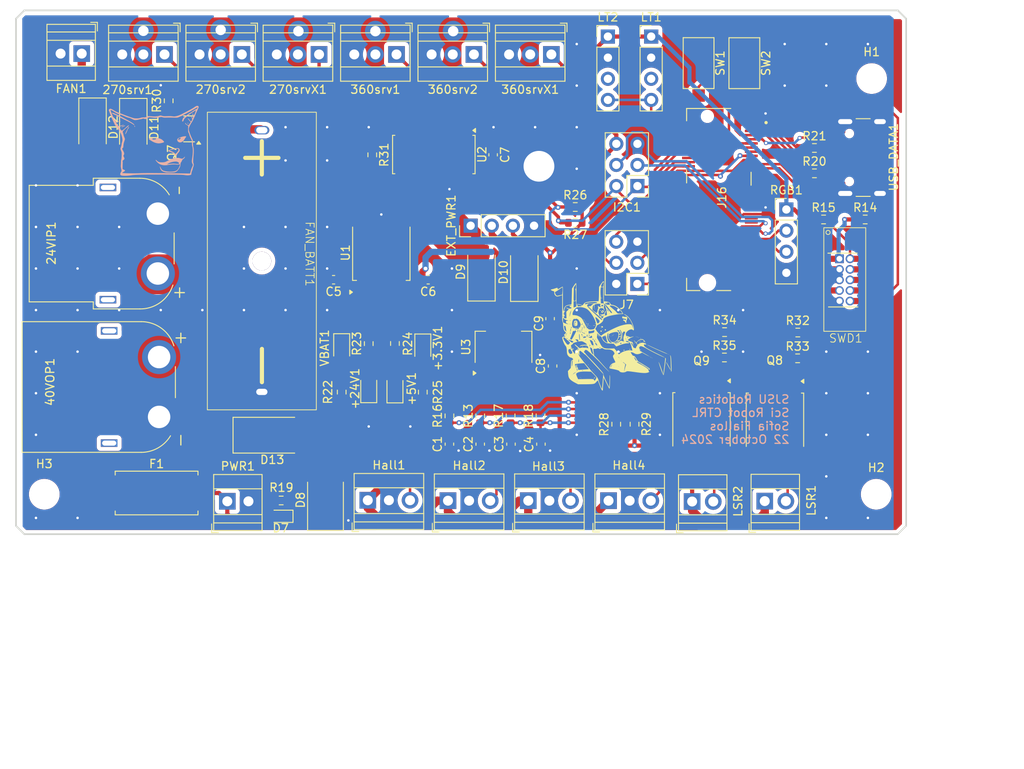
<source format=kicad_pcb>
(kicad_pcb (version 20240108) (generator "pcbnew") (generator_version "8.0")
  (layers (0 "F.Cu" signal) (31 "B.Cu" signal) (34 "B.Paste" user) (35 "F.Paste" user) (36 "B.SilkS" user "B.Silkscreen") (37 "F.SilkS" user "F.Silkscreen") (38 "B.Mask" user) (39 "F.Mask" user) (44 "Edge.Cuts" user))
  (net 0 "")
  (net 1 "GND")
  (net 2 "Net-(+3.3V1-A)")
  (net 3 "Net-(+5V1-A)")
  (net 4 "Net-(+24V1-A)")
  (net 5 "+24V")
  (net 6 "srv270")
  (net 7 "srv270_2")
  (net 8 "srv270_x")
  (net 9 "srv360")
  (net 10 "srv360_2")
  (net 11 "srv360_x")
  (net 12 "HE1DO")
  (net 13 "+5V")
  (net 14 "+3.3V")
  (net 15 "+3.3VLDO")
  (net 16 "Net-(D7-A)")
  (net 17 "Net-(D7-K)")
  (net 18 "+40V")
  (net 19 "V_FAN")
  (net 20 "Net-(D11-A)")
  (net 21 "I2C_SCL1")
  (net 22 "I2C_SCL")
  (net 23 "I2C_SDA1")
  (net 24 "I2C_SDA")
  (net 25 "TX2")
  (net 26 "RX1")
  (net 27 "TX1")
  (net 28 "RX2")
  (net 29 "EMTR5")
  (net 34 "USB_VIN")
  (net 35 "RST")
  (net 44 "USB_D-")
  (net 47 "EMTR6")
  (net 48 "EMTR4")
  (net 49 "LASR2")
  (net 55 "SWDCK")
  (net 59 "SWDIO")
  (net 61 "Boot")
  (net 62 "SDO")
  (net 63 "SCK")
  (net 67 "USB_D+")
  (net 68 "CLR_DO")
  (net 71 "LASR1")
  (net 75 "V_BAT_SW")
  (net 76 "Net-(Q8-G)")
  (net 77 "Net-(Q9-G)")
  (net 78 "CC2")
  (net 79 "Net-(VBAT1-A)")
  (net 80 "Net-(U2-~{OE})")
  (net 97 "CC1")
  (net 100 "HE2DO")
  (net 101 "HE3DO")
  (net 102 "HE4DO")
  (net 103 "Net-(LSR1-Pin_2)")
  (net 104 "Net-(LSR2-Pin_2)")
  (footprint "Button_Switch_SMD:SW_SPST_CK_RS282G05A3" (layer "F.Cu") (at 137.15 50.3 -90)
    (property "Reference" "SW2")
    (property "Value" "SW_SPST")
  )
  (footprint "Capacitor_SMD:C_0603_1608Metric" (layer "F.Cu") (at 87.775 76.35 180)
    (property "Reference" "C5")
    (property "Value" "10uF")
  )
  (footprint "SJSU_common:TO-252AD" (layer "F.Cu") (at 89.7125 73.1025 90)
    (property "Reference" "U1")
    (property "Value" "LF33CPT-TR" (hide yes))
  )
  (footprint "Resistor_SMD:R_0603_1608Metric" (layer "F.Cu") (at 116.825 69.5 180)
    (property "Reference" "R27")
    (property "Value" "5.1k")
  )
  (footprint "Diode_SMD:D_SMA" (layer "F.Cu") (at 110.7 75.45 90)
    (property "Reference" "D10")
    (property "Value" "D_Schottky")
  )
  (footprint "Resistor_SMD:R_0603_1608Metric" (layer "F.Cu") (at 92.425 61.325 -90)
    (property "Reference" "R31")
    (property "Value" "10k")
  )
  (footprint "Resistor_SMD:R_0603_1608Metric" (layer "F.Cu") (at 123.95 93.725 -90)
    (property "Reference" "R29")
    (property "Value" "5.1k")
  )
  (footprint "Connector_AMASS:AMASS_XT60PW-F_1x02_P7.20mm_Horizontal" (layer "F.Cu") (at 66.65 68.4 90)
    (property "Reference" "24VIP1")
    (property "Value" "xT60F")
  )
  (footprint "Resistor_SMD:R_0603_1608Metric" (layer "F.Cu") (at 81.475 102.9 180)
    (property "Reference" "R19")
    (property "Value" "560")
  )
  (footprint "Capacitor_SMD:C_0603_1608Metric" (layer "F.Cu") (at 101.7 96.125 90)
    (property "Reference" "C1")
    (property "Value" "100nF")
  )
  (footprint "Resistor_SMD:R_0603_1608Metric" (layer "F.Cu") (at 143.555 85.8)
    (property "Reference" "R33")
    (property "Value" "100")
  )
  (footprint "LOGO" (layer "F.Cu") (at 121 83.05)
    (property "Reference" "G***" (hide yes))
    (property "Value" "LOGO" (hide yes))
  )
  (footprint "TerminalBlock:TerminalBlock_Xinya_XY308-2.54-3P_1x03_P2.54mm_Horizontal" (layer "F.Cu") (at 101.525 102.925)
    (property "Reference" "Hall2")
    (property "Value" "Hall")
  )
  (footprint "Resistor_SMD:R_0603_1608Metric" (layer "F.Cu") (at 67.95 54.825 90)
    (property "Reference" "R30")
    (property "Value" "10k")
  )
  (footprint "Diode_SMD:D_SMB" (layer "F.Cu") (at 86.8 102.85 90)
    (property "Reference" "D8")
    (property "Value" "B250")
  )
  (footprint "TerminalBlock:TerminalBlock_Xinya_XY308-2.54-3P_1x03_P2.54mm_Horizontal" (layer "F.Cu") (at 113.95 49.25 180)
    (property "Reference" "360srvX1")
    (property "Value" "extr1")
  )
  (footprint "Connector_PinHeader_2.54mm:PinHeader_2x03_P2.54mm_Vertical" (layer "F.Cu") (at 124.3 65.08 180)
    (property "Reference" "I2C1")
    (property "Value" "Conn_02x03_Odd_Even")
  )
  (footprint "Capacitor_SMD:C_0603_1608Metric" (layer "F.Cu") (at 99.145 76.35 180)
    (property "Reference" "C6")
    (property "Value" "10uF")
  )
  (footprint "Resistor_SMD:R_0603_1608Metric" (layer "F.Cu") (at 134.775 82.65)
    (property "Reference" "R34")
    (property "Value" "6.8k")
  )
  (footprint "Capacitor_SMD:C_0603_1608Metric" (layer "F.Cu") (at 112.7 96.125 90)
    (property "Reference" "C4")
    (property "Value" "100nF")
  )
  (footprint "Connector_PinHeader_2.54mm:PinHeader_1x04_P2.54mm_Vertical" (layer "F.Cu") (at 125.95 47.1)
    (property "Reference" "LT1")
    (property "Value" "Conn_01x04")
  )
  (footprint "Resistor_SMD:R_0603_1608Metric" (layer "F.Cu") (at 116.825 67.6)
    (property "Reference" "R26")
    (property "Value" "2.2k")
  )
  (footprint "Resistor_SMD:R_0603_1608Metric" (layer "F.Cu") (at 88.75 89.8625 -90)
    (property "Reference" "R22")
    (property "Value" "39k")
  )
  (footprint "MountingHole:MountingHole_2.2mm_M2" (layer "F.Cu") (at 53 102.15)
    (property "Reference" "H3")
    (property "Value" "MountingHole")
  )
  (footprint "Resistor_SMD:R_0603_1608Metric" (layer "F.Cu") (at 92 84.0325 90)
    (property "Reference" "R23")
    (property "Value" "10k")
  )
  (footprint "Resistor_SMD:R_0603_1608Metric" (layer "F.Cu") (at 121.75 93.725 -90)
    (property "Reference" "R28")
    (property "Value" "5.1k")
  )
  (footprint "Capacitor_SMD:C_0603_1608Metric" (layer "F.Cu") (at 113.8 81.03 -90)
    (property "Reference" "C9")
    (property "Value" "10uF")
  )
  (footprint "Capacitor_SMD:C_0603_1608Metric" (layer "F.Cu") (at 109.1 96.125 90)
    (property "Reference" "C3")
    (property "Value" "100nF")
  )
  (footprint "TerminalBlock:TerminalBlock_Xinya_XY308-2.54-3P_1x03_P2.54mm_Horizontal" (layer "F.Cu") (at 76.745 49.25 180)
    (property "Reference" "270srv2")
    (property "Value" "270srv2")
  )
  (footprint "Diode_SMD:D_SMA" (layer "F.Cu") (at 105.55 75.4 90)
    (property "Reference" "D9")
    (property "Value" "D_Schottky")
  )
  (footprint "Package_TO_SOT_SMD:SOT-223-3_TabPin2" (layer "F.Cu") (at 108.2 84.45 90)
    (property "Reference" "U3")
    (property "Value" "AMS1117-5.0")
  )
  (footprint "Diode_SMD:D_SMB_Handsoldering" (layer "F.Cu") (at 80.4 95.05)
    (property "Reference" "D13")
    (property "Value" "SMBJ45CA")
  )
  (footprint "Package_SO:TSSOP-28_4.4x9.7mm_P0.65mm" (layer "F.Cu") (at 99.825 61.2875 -90)
    (property "Reference" "U2")
    (property "Value" "PCA9685PW")
  )
  (footprint "Resistor_SMD:R_0603_1608Metric" (layer "F.Cu") (at 134.755 85.7)
    (property "Reference" "R35")
    (property "Value" "100")
  )
  (footprint "TerminalBlock:TerminalBlock_Xinya_XY308-2.54-3P_1x03_P2.54mm_Horizontal" (layer "F.Cu") (at 104.64 49.25 180)
    (property "Reference" "360srv2")
    (property "Value" "360srv2")
  )
  (footprint "LED_SMD:LED_0805_2012Metric" (layer "F.Cu") (at 88.75 84.525 -90)
    (property "Reference" "VBAT1")
    (property "Value" "LED_GRN")
  )
  (footprint "Connector_USB:USB_C_Receptacle_GCT_USB4105-xx-A_16P_TopMnt_Horizontal" (layer "F.Cu") (at 152.38 61.65 90)
    (property "Reference" "USB_DATA1")
    (property "Value" "USB_C_Receptacle_USB2.0_16P")
  )
  (footprint "LED_SMD:LED_0805_2012Metric" (layer "F.Cu") (at 98.5 84.5625 -90)
    (property "Reference" "+3.3V1")
    (property "Value" "LED_GRN")
  )
  (footprint "LED_SMD:LED_0805_2012Metric" (layer "F.Cu") (at 92 89.45 90)
    (property "Reference" "+24V1")
    (property "Value" "LED_GRN")
  )
  (footprint "TerminalBlock:TerminalBlock_Xinya_XY308-2.54-3P_1x03_P2.54mm_Horizontal" (layer "F.Cu") (at 86.03 49.25 180)
    (property "Reference" "270srvX1")
    (property "Value" "extr2")
  )
  (footprint "TerminalBlock:TerminalBlock_Xinya_XY308-2.54-2P_1x02_P2.54mm_Horizontal" (layer "F.Cu") (at 57.5 49.15 180)
    (property "Reference" "FAN1")
    (property "Value" "Screw_Terminal_01x02")
  )
  (footprint "Resistor_SMD:R_0603_1608Metric" (layer "F.Cu") (at 143.575 82.7)
    (property "Reference" "R32")
    (property "Value" "6.8k")
  )
  (footprint "Package_TO_SOT_SMD:TO-252-2" (layer "F.Cu") (at 140.83 93.29 -90)
    (property "Reference" "Q8")
    (property "Value" "Q_NMOS_GDS")
  )
  (footprint "Resistor_SMD:R_0603_1608Metric" (layer "F.Cu") (at 112.65 92.725 90)
    (property "Reference" "R18")
    (property "Value" "10k")
  )
  (footprint "Resistor_SMD:R_0603_1608Metric" (layer "F.Cu") (at 109.05 92.725 90)
    (property "Reference" "R17")
    (property "Value" "10k")
  )
  (footprint "Connector_PinHeader_2.54mm:PinHeader_1x04_P2.54mm_Vertical" (layer "F.Cu") (at 120.75 47.1)
    (property "Reference" "LT2")
    (property "Value" "Conn_01x04")
  )
  (footprint "Resistor_SMD:R_0603_1608Metric" (layer "F.Cu") (at 95.15 84.0175 90)
    (property "Reference" "R24")
    (property "Value" "2.2k")
  )
  (footprint "MountingHole:MountingHole_2.2mm_M2" (layer "F.Cu") (at 153 102.15)
    (property "Reference" "H2")
    (property "Value" "MountingHole")
  )
  (footprint "Button_Switch_SMD:SW_SPST_CK_RS282G05A3" (layer "F.Cu") (at 131.65 50.293354 -90)
    (property "Reference" "SW1")
    (property "Value" "SW_SPST")
  )
  (footprint "Connector_PinHeader_2.54mm:PinHeader_2x03_P2.54mm_Vertical" (layer "F.Cu") (at 124.29 76.85 180)
    (property "Reference" "J7")
    (property "Value" "Conn_02x03_Odd_Even")
  )
  (footprint "Connector_PinHeader_2.54mm:PinHeader_1x04_P2.54mm_Vertical" (layer "F.Cu") (at 142.2 67.9)
    (property "Reference" "RGB1")
    (property "Value" "Conn_01x04")
  )
  (footprint "Fuse:Fuseholder_Littelfuse_Nano2_154x" (layer "F.Cu") (at 66.5 102)
    (property "Reference" "F1")
    (property "Value" "Fuse_Small")
  )
  (footprint "Capacitor_SMD:C_0603_1608Metric" (layer "F.Cu") (at 114.1 86.725 90)
    (property "Reference" "C8")
    (property "Value" "10uF")
  )
  (footprint "TerminalBlock:TerminalBlock_Xinya_XY308-2.54-2P_1x02_P2.54mm_Horizontal" (layer "F.Cu") (at 130.875 103.025)
    (property "Reference" "LSR2")
    (property "Value" "Screw_Terminal_01x02")
  )
  (footprint "Resistor_SMD:R_0603_1608Metric" (layer "F.Cu") (at 98.5 89.8675 90)
    (property "Reference" "R25")
    (property "Value" "500")
  )
  (footprint "Resistor_SMD:R_0603_1608Metric" (layer "F.Cu") (at 151.675 69.1)
    (property "Reference" "R14")
    (property "Value" "100k")
  )
  (footprint "Resistor_SMD:R_0603_1608Metric" (layer "F.Cu") (at 145.575 60.5)
    (property "Reference" "R21")
    (property "Value" "5.1k")
  )
  (footprint "Capacitor_SMD:C_0603_1608Metric" (layer "F.Cu") (at 106.95 61.325 -90)
    (property "Reference" "C7")
    (property "Value" "100nF")
  )
  (footprint "TerminalBlock:TerminalBlock_Xinya_XY308-2.54-3P_1x03_P2.54mm_Horizontal" (layer "F.Cu") (at 120.825 102.925)
    (property "Reference" "Hall4")
    (property "Value" "Hall")
  )
  (footprint "TerminalBlock:TerminalBlock_Xinya_XY308-2.54-3P_1x03_P2.54mm_Horizontal" (layer "F.Cu") (at 95.34 49.25 180)
    (property "Reference" "360srv1")
    (property "Value" "360srv1")
  )
  (footprint "Package_TO_SOT_SMD:SOT-23" (layer "F.Cu") (at 70.4 58.2 180)
    (property "Reference" "Q7")
    (property "Value" "Q_NMOS_GDS")
  )
  (footprint "TerminalBlock:TerminalBlock_Xinya_XY308-2.54-3P_1x03_P2.54mm_Horizontal" (layer "F.Cu") (at 91.885 102.875)
    (property "Reference" "Hall1")
    (property "Value" "Hall")
  )
  (footprint "Package_TO_SOT_SMD:TO-252-2" (layer "F.Cu") (at 132 93.24 -90)
    (property "Reference" "Q9")
    (property "Value" "Q_NMOS_GDS")
  )
  (footprint "LED_SMD:LED_0805_2012Metric" (layer "F.Cu") (at 95.15 89.475 90)
    (property "Reference" "+5V1")
    (property "Value" "LED_GRN")
  )
  (footprint "TerminalBlock:TerminalBlock_Xinya_XY308-2.54-2P_1x02_P2.54mm_Horizontal" (layer "F.Cu") (at 75 103)
    (property "Reference" "PWR1")
    (property "Value" "Screw_Terminal_01x02")
  )
  (footprint "TerminalBlock:TerminalBlock_Xinya_XY308-2.54-3P_1x03_P2.54mm_Horizontal" (layer "F.Cu") (at 67.45 49.25 180)
    (property "Reference" "270srv1")
    (property "Value" "270srv1")
  )
  (footprint "Resistor_SMD:R_0603_1608Metric" (layer "F.Cu") (at 145.575 63.55)
    (property "Reference" "R20")
    (property "Value" "5.1k")
  )
  (footprint "Connector_AMASS:AMASS_XT60PW-M_1x02_P7.20mm_Horizontal" (layer "F.Cu") (at 66.8 92.85 90)
    (property "Reference" "40VOP1")
    (property "Value" "xT60M")
  )
  (footprint "SJSU_common:SWD_Conn" (layer "F.Cu") (at 148.59 67.71)
    (property "Reference" "SWD1")
    (property "Value" "Conn_02x05_Odd_Even")
  )
  (footprint "SJSU_common:BAT_HOLD" (layer "F.Cu") (at 84.4 73.25 -90)
    (property "Reference" "FAN_BATT1")
    (property "Value" "~")
  )
  (footprint "LED_SMD:LED_0603_1608Metric" (layer "F.Cu") (at 81.4125 104.8 180)
    (property "Reference" "D7")
    (property "Value" "LED_BLU")
  )
  (footprint "MountingHole:MountingHole_2.2mm_M2" (layer "F.Cu") (at 152.45 52.15)
    (property "Reference" "H1")
    (property "Value" "MountingHole")
  )
  (footprint "Diode_SMD:D_SMA" (layer "F.Cu") (at 58.8 58 -90)
    (property "Reference" "D12")
    (property "Value" "D_Schottky")
  )
  (footprint "Connector_PinHeader_2.54mm:PinHeader_1x04_P2.54mm_Vertical" (layer "F.Cu") (at 104.25 69.85 90)
    (property "Reference" "EXT_PWR1")
    (property "Value" "Conn_01x04")
  )
  (footprint "SJSU_common:micromod" (layer "F.Cu") (at 124.46 66.7 90)
    (property "Reference" "J16")
    (property "Value" "MicroMod" (hide yes))
  )
  (footprint "Resistor_SMD:R_0603_1608Metric" (layer "F.Cu") (at 146.675 69.1)
    (property "Reference" "R15")
    (property "Value" "100k")
  )
  (footprint "Diode_SMD:D_SMA" (layer "F.Cu") (at 63.7 58.05 -90)
    (property "Reference" "D11")
    (property "Value" "D_Schottky")
  )
  (footprint "TerminalBlock:TerminalBlock_Xinya_XY308-2.54-3P_1x03_P2.54mm_Horizontal" (layer "F.Cu") (at 111.175 102.925)
    (property "Reference" "Hall3")
    (property "Value" "Hall")
  )
  (footprint "Resistor_SMD:R_0603_1608Metric" (layer "F.Cu") (at 105.4 92.725 90)
    (property "Reference" "R13")
    (property "Value" "10k")
  )
  (footprint "Capacitor_SMD:C_0603_1608Metric" (layer "F.Cu") (at 105.4 96.125 90)
    (property "Reference" "C2")
    (property "Value" "100nF")
  )
  (footprint "Resistor_SMD:R_0603_1608Metric" (layer "F.Cu") (at 101.7 92.725 90)
    (property "Reference" "R16")
    (property "Value" "10k")
  )
  (footprint "TerminalBlock:TerminalBlock_Xinya_XY308-2.54-2P_1x02_P2.54mm_Horizontal" (layer "F.Cu") (at 139.6 102.975)
    (property "Reference" "LSR1")
    (property "Value" "Screw_Terminal_01x02")
  )
  (footprint "LOGO" (layer "B.Cu") (at 66.2 59.6 180)
    (property "Reference" "G***" (hide yes))
    (property "Value" "LOGO" (hide yes))
  )
  (gr_line (start 156.6 105.95) (end 156.6 44.95) (stroke (width 0.2)) (layer "Edge.Cuts"))
  (gr_line (start 49.6 105.95) (end 49.6 44.95) (stroke (width 0.2)) (layer "Edge.Cuts"))
  (gr_line (start 50.6 43.95) (end 49.6 44.95) (stroke (width 0.2)) (layer "Edge.Cuts"))
  (gr_line (start 50.6 106.95) (end 49.6 105.95) (stroke (width 0.2)) (layer "Edge.Cuts"))
  (gr_line (start 156.6 44.95) (end 155.6 43.95) (stroke (width 0.2)) (layer "Edge.Cuts"))
  (gr_line (start 156.6 105.95) (end 155.6 106.95) (stroke (width 0.2)) (layer "Edge.Cuts"))
  (gr_line (start 155.6 106.95) (end 50.6 106.95) (stroke (width 0.2)) (layer "Edge.Cuts"))
  (gr_line (start 155.6 43.95) (end 50.6 43.95) (stroke (width 0.2)) (layer "Edge.Cuts"))
  (gr_text "SJSU Robotics\nSci Robot CTRL\nSofia Fiallos\n22 October 2024" (at 142.65 96.15 0) (layer "B.SilkS") (effects (font (size 1 1)) (justify left bottom mirror)))
  (segment (start 125.4 79.05) (end 122.85 79.05) (width 0.3) (layer "F.Cu") (net 1))
  (segment (start 123.85 51.74) (end 123.85 59.55) (width 0.3) (layer "F.Cu") (net 1))
  (segment (start 88.75 81.75) (end 87 80) (width 0.3) (layer "F.Cu") (net 1))
  (segment (start 92 58) (end 92.75 57.25) (width 0.4) (layer "F.Cu") (net 1))
  (segment (start 103.85 87.6) (end 102 85.75) (width 0.3) (layer "F.Cu") (net 1))
  (segment (start 112.7 96.9) (end 113.8 96.9) (width 0.2) (layer "F.Cu") (net 1))
  (segment (start 101.7 96.9) (end 102.8 96.9) (width 0.2) (layer "F.Cu") (net 1))
  (segment (start 107.25 58.25) (end 107.25 60.25) (width 0.3) (layer "F.Cu") (net 1))
  (segment (start 137 57.45) (end 136.6 57.85) (width 0.3) (layer "F.Cu") (net 1))
  (segment (start 95.15 57.25) (end 95.6 57.7) (width 0.4) (layer "F.Cu") (net 1))
  (segment (start 121.75 77.95) (end 121.75 76.85) (width 0.3) (layer "F.Cu") (net 1))
  (segment (start 113.8 81.85) (end 113.8 81.805) (width 0.3) (layer "F.Cu") (net 1))
  (segment (start 101.45 64.15) (end 101.45 65.2) (width 0.4) (layer "F.Cu") (net 1))
  (segment (start 138.225 76.275) (end 137.45 77.05) (width 0.3) (layer "F.Cu") (net 1))
  (segment (start 142.37 76.37) (end 142 76) (width 0.2) (layer "F.Cu") (net 1))
  (segment (start 144.35 62.9) (end 143.742894 62.9) (width 0.3) (layer "F.Cu") (net 1))
  (segment (start 110.31 60.55) (end 112.46 62.7) (width 0.2) (layer "F.Cu") (net 1))
  (segment (start 86.8 105.3) (end 89.55 105.3) (width 0.3) (layer "F.Cu") (net 1))
  (segment (start 139.792894 58.95) (end 137.985 58.95) (width 0.3) (layer "F.Cu") (net 1))
  (segment (start 131.65 46.393354) (end 131.256646 46) (width 0.3) (layer "F.Cu") (net 1))
  (segment (start 67 53.45) (end 67 52.955) (width 0.3) (layer "F.Cu") (net 1))
  (segment (start 98.5 83.625) (end 98.5 82.5) (width 0.3) (layer "F.Cu") (net 1))
  (segment (start 136.6 58.55) (end 137 58.95) (width 0.3) (layer "F.Cu") (net 1))
  (segment (start 146.6 78.91) (end 144.84 78.91) (width 0.3) (layer "F.Cu") (net 1))
  (segment (start 97 93.4) (end 97 94) (width 0.3) (layer "F.Cu") (net 1))
  (segment (start 137 80) (end 137 81.25) (width 0.3) (layer "F.Cu") (net 1))
  (segment (start 137.985 57.45) (end 137 57.45) (width 0.3) (layer "F.Cu") (net 1))
  (segment (start 143.464213 60.5) (end 144.75 60.5) (width 0.3) (layer "F.Cu") (net 1))
  (segment (start 136.8 66.95) (end 137.985 66.95) (width 0.3) (layer "F.Cu") (net 1))
  (segment (start 92 58) (end 91.65 58.35) (width 0.3) (layer "F.Cu") (net 1))
  (segment (start 101.45 58.425) (end 104.05 58.425) (width 0.3) (layer "F.Cu") (net 1))
  (segment (start 117 85) (end 116.95 85) (width 0.3) (layer "F.Cu") (net 1))
  (segment (start 144.75 63.55) (end 144.75 63.3) (width 0.3) (layer "F.Cu") (net 1))
  (segment (start 123.85 59.55) (end 124.3 60) (width 0.3) (layer "F.Cu") (net 1))
  (segment (start 138.225 75.95) (end 138.225 76.275) (width 0.3) (layer "F.Cu") (net 1))
  (segment (start 138.25 76.6) (end 138.25 76.925) (width 0.3) (layer "F.Cu") (net 1))
  (segment (start 112.6 85.4) (end 113.55 85.4) (width 0.3) (layer "F.Cu") (net 1))
  (segment (start 104.675 57.8) (end 106.8 57.8) (width 0.3) (layer "F.Cu") (net 1))
  (segment (start 67.55 54) (end 67 53.45) (width 0.3) (layer "F.Cu") (net 1))
  (segment (start 136.45 66.6) (end 136.8 66.95) (width 0.3) (layer "F.Cu") (net 1))
  (segment (start 137.985 57.45) (end 140.414214 57.45) (width 0.3) (layer "F.Cu") (net 1))
  (segment (start 67 91.4) (end 67 91) (width 0.2) (layer "F.Cu") (net 1))
  (segment (start 127.15 68.249154) (end 127.15 77.3) (width 0.3) (layer "F.Cu") (net 1))
  (segment (start 137.985 65.45) (end 136.8 65.45) (width 0.3) (layer "F.Cu") (net 1))
  (segment (start 122.85 79.05) (end 121.75 77.95) (width 0.3) (layer "F.Cu") (net 1))
  (segment (start 143.742894 62.9) (end 139.792894 58.95) (width 0.3) (layer "F.Cu") (net 1))
  (segment (start 92.75 57.25) (end 95.15 57.25) (width 0.4) (layer "F.Cu") (net 1))
  (segment (start 125.95 49.64) (end 123.85 51.74) (width 0.3) (layer "F.Cu") (net 1))
  (segment (start 131.65 46.393354) (end 137.143354 46.393354) (width 0.3) (layer "F.Cu") (net 1))
  (segment (start 147.17 65.97) (end 149.275 65.97) (width 0.3) (layer "F.Cu") (net 1))
  (segment (start 82.3 102.9) (end 84.7 102.9) (width 0.3) (layer "F.Cu") (net 1))
  (segment (start 137.07758 68.45) (end 137.985 68.45) (width 0.3) (layer "F.Cu") (net 1))
  (segment (start 105.4 96.9) (end 106.5 96.9) (width 0.2) (layer "F.Cu") (net 1))
  (segment (start 129.72 86.28) (end 129.72 88.2) (width 0.3) (layer "F.Cu") (net 1))
  (segment (start 104.05 58.425) (end 104.675 57.8) (width 0.3) (layer "F.Cu") (net 1))
  (segment (start 137.15 46.4) (end 140.4 46.4) (width 0.3) (layer "F.Cu") (net 1))
  (segment (start 144.4 79.35) (end 144.4 82.7) (width 0.3) (layer "F.Cu") (net 1))
  (segment (start 139.7 68.1) (end 139.35 68.45) (width 0.3) (layer "F.Cu") (net 1))
  (segment (start 146.7 75.1) (end 142.62 75.1) (width 0.3) (layer "F.Cu") (net 1))
  (segment (start 131 85) (end 129.72 86.28) (width 0.3) (layer "F.Cu") (net 1))
  (segment (start 137.985 57.125) (end 137.21 56.35) (width 0.3) (layer "F.Cu") (net 1))
  (segment (start 127.15 77.3) (end 125.4 79.05) (width 0.3) (layer "F.Cu") (net 1))
  (segment (start 141.8 58.835787) (end 143.464213 60.5) (width 0.3) (layer "F.Cu") (net 1))
  (segment (start 88.75 83.5875) (end 88.75 81.75) (width 0.3) (layer "F.Cu") (net 1))
  (segment (start 106.95 60.55) (end 110.31 60.55) (width 0.2) (layer "F.Cu") (net 1))
  (segment (start 116.95 85) (end 113.8 81.85) (width 0.3) (layer "F.Cu") (net 1))
  (segment (start 77.75 91.24) (end 79.15 89.84) (width 1) (layer "F.Cu") (net 1))
  (segment (start 137.985 57.45) (end 137.985 57.125) (width 0.3) (layer "F.Cu") (net 1))
  (segment (start 131.34242 75.7) (end 133.45 73.59242) (width 0.3) (layer "F.Cu") (net 1))
  (segment (start 101.45 64.15) (end 102.1 64.15) (width 0.3) (layer "F.Cu") (net 1))
  (segment (start 67.95 54) (end 67.55 54) (width 0.3) (layer "F.Cu") (net 1))
  (segment (start 110.15 96.9) (end 110.2 96.95) (width 0.2) (layer "F.Cu") (net 1))
  (segment (start 91.65 59.725) (end 92.425 60.5) (width 0.3) (layer "F.Cu") (net 1))
  (segment (start 132 85) (end 131 85) (width 0.3) (layer "F.Cu") (net 1))
  (segment (start 139.7 67.65) (end 139.7 68.1) (width 0.3) (layer "F.Cu") (net 1))
  (segment (start 102 75) (end 100.65 76.35) (width 0.3) (layer "F.Cu") (net 1))
  (segment (start 137 85) (end 138.55 86.55) (width 0.3) (layer "F.Cu") (net 1))
  (segment (start 148.7 64.85) (end 148.7 65.395) (width 0.3) (layer "F.Cu") (net 1))
  (segment (start 136.45 65.8) (end 136.45 66.6) (width 0.3) (layer "F.Cu") (net 1))
  (segment (start 146.6 75.1) (end 146.5 75) (width 0.2) (layer "F.Cu") (net 1))
  (segment (start 137 77.26) (end 137 80) (width 0.3) (layer "F.Cu") (net 1))
  (segment (start 95.15 90.4125) (end 95.15 91.55) (width 0.3) (layer "F.Cu") (net 1))
  (segment (start 144.84 78.91) (end 144.4 79.35) (width 0.3) (layer "F.Cu") (net 1))
  (segment (start 102 85.75) (end 102 85) (width 0.3) (layer "F.Cu") (net 1))
  (segment (start 136.6 57.85) (end 136.6 58.55) (width 0.3) (layer "F.Cu") (net 1))
  (segment (start 91.65 58.35) (end 91.65 59.725) (width 0.3) (layer "F.Cu") (net 1))
  (segment (start 133.45 72.07758) (end 137.07758 68.45) (width 0.3) (layer "F.Cu") (net 1))
  (segment (start 77.7 95.05) (end 77.7 102.84) (width 1) (layer "F.Cu") (net 1))
  (segment (start 140.414214 57.45) (end 141.8 58.835786) (width 0.3) (layer "F.Cu") (net 1))
  (segment (start 139.7 67.65) (end 139.7 67.35) (width 0.3) (layer "F.Cu") (net 1))
  (segment (start 136.8 65.45) (end 136.45 65.8) (width 0.3) (layer "F.Cu") (net 1))
  (segment (start 138.55 86.55) (end 138.55 88.25) (width 0.3) (layer "F.Cu") (net 1))
  (segment (start 98.5 82.5) (end 101 80) (width 0.3) (layer "F.Cu") (net 1))
  (segment (start 77.7 102.84) (end 77.54 103) (width 1) (layer "F.Cu") (net 1))
  (segment (start 95.6 57.7) (end 95.6 58.425) (width 0.4) (layer "F.Cu") (net 1))
  (segment (start 129.199154 66.2) (end 127.15 68.249154) (width 0.3) (layer "F.Cu") (net 1))
  (segment (start 140.4 46.4) (end 142 48) (width 0.3) (layer "F.Cu") (net 1))
  (segment (start 139.7 67.35) (end 139.3 66.95) (width 0.3) (layer "F.Cu") (net 1))
  (segment (start 144.75 63.3) (end 144.35 62.9) (width 0.3) (layer "F.Cu") (net 1))
  (segment (start 144.75 63.55) (end 147.17 65.97) (width 0.3) (layer "F.Cu") (net 1))
  (segment (start 106.8 57.8) (end 107.25 58.25) (width 0.3) (layer "F.Cu") (net 1))
  (segment (start 139.7 56.35) (end 137.21 56.35) (width 0.3) (layer "F.Cu") (net 1))
  (segment (start 130.435 66.2) (end 129.199154 66.2) (width 0.3) (layer "F.Cu") (net 1))
  (segment (start 139.3 66.95) (end 138.225 66.95) (width 0.3) (layer "F.Cu") (net 1))
  (segment (start 143.05 76.37) (end 142.2 75.52) (width 0.3) (layer "F.Cu") (net 1))
  (segment (start 139.35 68.45) (end 138.225 68.45) (width 0.3) (layer "F.Cu") (net 1))
  (segment (start 84.7 102.9) (end 86.8 105) (width 0.3) (layer "F.Cu") (net 1))
  (segment (start 148.7 58.45) (end 148.7 57.905) (width 0.3) (layer "F.Cu") (net 1))
  (segment (start 100.65 76.35) (end 99.465 76.35) (width 0.3) (layer "F.Cu") (net 1))
  (segment (start 113.55 85.4) (end 114.1 85.95) (width 0.3) (layer "F.Cu") (net 1))
  (segment (start 92 90.3875) (end 92 94) (width 0.3) (layer "F.Cu") (net 1))
  (segment (start 137 58.95) (end 137.985 58.95) (width 0.3) (layer "F.Cu") (net 1))
  (segment (start 142.62 75.1) (end 142.2 75.52) (width 0.3) (layer "F.Cu") (net 1))
  (segment (start 87 75) (end 87 76.35) (width 0.3) (layer "F.Cu") (net 1))
  (segment (start 95.15 91.55) (end 97 93.4) (width 0.3) (layer "F.Cu") (net 1))
  (segment (start 137.21 77.05) (end 137 77.26) (width 0.3) (layer "F.Cu") (net 1))
  (segment (start 105.9 87.6) (end 103.85 87.6) (width 0.3) (layer "F.Cu") (net 1))
  (segment (start 146.7 76.37) (end 143.05 76.37) (width 0.3) (layer "F.Cu") (net 1))
  (segment (start 77.7 95.05) (end 77.75 95) (width 1) (layer "F.Cu") (net 1))
  (segment (start 137 81.25) (end 135.6 82.65) (width 0.3) (layer "F.Cu") (net 1))
  (segment (start 101.45 65.2) (end 101.7 65.45) (width 0.4) (layer "F.Cu") (net 1))
  (segment (start 137.143354 46.393354) (end 137.15 46.4) (width 0.3) (layer "F.Cu") (net 1))
  (segment (start 141.8 58.835786) (end 141.8 58.835787) (width 0.3) (layer "F.Cu") (net 1))
  (segment (start 107.25 60.25) (end 106.95 60.55) (width 0.3) (layer "F.Cu") (net 1))
  (segment (start 109.1 96.9) (end 110.15 96.9) (width 0.2) (layer "F.Cu") (net 1))
  (segment (start 77.75 95) (end 77.75 91.24) (width 1) (layer "F.Cu") (net 1))
  (segment (start 93.5125 68.5) (end 93.5125 71.8625) (width 0.3) (layer "F.Cu") (net 1))
  (segment (start 148.7 57.905) (end 149.275 57.33) (width 0.3) (layer "F.Cu") (net 1))
  (segment (start 133.45 73.59242) (end 133.45 72.07758) (width 0.3) (layer "F.Cu") (net 1))
  (segment (start 148.7 65.395) (end 149.275 65.97) (width 0.3) (layer "F.Cu") (net 1))
  (segment (start 101 80) (end 102 80) (width 0.3) (layer "F.Cu") (net 1))
  (segment (start 130.435 75.7) (end 131.34242 75.7) (width 0.3) (layer "F.Cu") (net 1))
  (via (at 52 75) (size 0.5) (drill 0.3) (layers "F.Cu" "B.Cu") (net 1))
  (via (at 87 70) (size 0.5) (drill 0.3) (layers "F.Cu" "B.Cu") (net 1))
  (via (at 147 95) (size 0.5) (drill 0.3) (layers "F.Cu" "B.Cu") (net 1))
  (via (at 52 105) (size 0.5) (drill 0.3) (layers "F.Cu" "B.Cu") (net 1))
  (via (at 132 85) (size 0.5) (drill 0.3) (layers "F.Cu" "B.Cu") (net 1))
  (via (at 106.5 96.9) (size 0.5) (drill 0.3) (layers "F.Cu" "B.Cu") (net 1))
  (via (at 152 95) (size 0.5) (drill 0.3) (layers "F.Cu" "B.Cu") (net 1))
  (via (at 122 80) (size 0.5) (drill 0.3) (layers "F.Cu" "B.Cu") (net 1))
  (via (at 147 48) (size 0.5) (drill 0.3) (layers "F.Cu" "B.Cu") (net 1))
  (via (at 122 85) (size 0.5) (drill 0.3) (layers "F.Cu" "B.Cu") (net 1))
  (via (at 147 85) (size 0.5) (drill 0.3) (layers "F.Cu" "B.Cu") (net 1))
  (via (at 82 75) (size 0.5) (drill 0.3) (layers "F.Cu" "B.Cu") (net 1))
  (via (at 139.7 56.35) (size 0.5) (drill 0.3) (layers "F.Cu" "B.Cu") (net 1))
  (via (at 127 80) (size 0.5) (drill 0.3) (layers "F.Cu" "B.Cu") (net 1))
  (via (at 117 80) (size 0.5) (drill 0.3) (layers "F.Cu" "B.Cu") (net 1))
  (via (at 102.8 96.9) (size 0.5) (drill 0.3) (layers "F.Cu" "B.Cu") (net 1))
  (via (at 92 58) (size 0.5) (drill 0.3) (layers "F.Cu" "B.Cu") (net 1))
  (via (at 142 48) (size 0.5) (drill 0.3) (layers "F.Cu" "B.Cu") (net 1))
  (via (at 57 80) (size 0.5) (drill 0.3) (layers "F.Cu" "B.Cu") (net 1))
  (via (at 152 85) (size 0.5) (drill 0.3) (layers "F.Cu" "B.Cu") (net 1))
  (via (at 72 80) (size 0.5) (drill 0.3) (layers "F.Cu" "B.Cu") (net 1))
  (via (at 102 75) (size 0.5) (drill 0.3) (layers "F.Cu" "B.Cu") (net 1))
  (via (at 152 105) (size 0.5) (drill 0.3) (layers "F.Cu" "B.Cu") (net 1))
  (via (at 147 100) (size 0.5) (drill 0.3) (layers "F.Cu" "B.Cu") (net 1))
  (via (at 67 80) (size 0.5) (drill 0.3) (layers "F.Cu" "B.Cu") (net 1))
  (via (at 92 94) (size 0.5) (drill 0.3) (layers "F.Cu" "B.Cu") (net 1))
  (via (at 117 53) (size 0.5) (drill 0.3) (layers "F.Cu" "B.Cu") (net 1))
  (via (at 147 53) (size 0.5) (drill 0.3) (layers "F.Cu" "B.Cu") (net 1))
  (via (at 117 95) (size 0.5) (drill 0.3) (layers "F.Cu" "B.Cu") (net 1))
  (via (at 101.7 65.45) (size 0.6) (drill 0.3) (layers "F.Cu" "B.Cu") (net 1))
  (via (at 117 58) (size 0.5) (drill 0.3) (layers "F.Cu" "B.Cu") (net 1))
  (via (at 127 90) (size 0.5) (drill 0.3) (layers "F.Cu" "B.Cu") (net 1))
  (via (at 62 80) (size 0.5) (drill 0.3) (layers "F.Cu" "B.Cu") (net 1))
  (via (at 52 65) (size 0.5) (drill 0.3) (layers "F.Cu" "B.Cu") (net 1))
  (via (at 152 90) (size 0.5) (drill 0.3) (layers "F.Cu" "B.Cu") (net 1))
  (via (at 127 95) (size 0.5) (drill 0.3) (layers "F.Cu" "B.Cu") (net 1))
  (via (at 137 85) (size 0.5) (drill 0.3) (layers "F.Cu" "B.Cu") (net 1))
  (via (at 117 85) (size 0.5) (drill 0.3) (layers "F.Cu" "B.Cu") (net 1))
  (via (at 142 53) (size 0.5) (drill 0.3) (layers "F.Cu" "B.Cu") (net 1))
  (via (at 77 75) (size 0.5) (drill 0.3) (layers "F.Cu" "B.Cu") (net 1))
  (via (at 62 70) (size 0.5) (drill 0.3) (layers "F.Cu" "B.Cu") (net 1))
  (via (at 87 75) (size 0.5) (drill 0.3) (layers "F.Cu" "B.Cu") (net 1))
  (via (at 67 52.955) (size 0.5) (drill 0.3) (layers "F.Cu" "B.Cu") (net 1))
  (via (at 77 80) (size 0.5) (drill 0.3) (layers "F.Cu" "B.Cu") (net 1))
  (via (at 113.8 96.9) (size 0.5) (drill 0.3) (layers "F.Cu" "B.Cu") (net 1))
  (via (at 117 63) (size 0.5) (drill 0.3) (layers "F.Cu" "B.Cu") (net 1))
  (via (at 82 80) (size 0.5) (drill 0.3) (layers "F.Cu" "B.Cu") (net 1))
  (via (at 107 58) (size 0.5) (drill 0.3) (layers "F.Cu" "B.Cu") (net 1))
  (via (at 89.55 105.3) (size 0.5) (drill 0.3) (layers "F.Cu" "B.Cu") (net 1))
  (via (at 52 85) (size 0.5) (drill 0.3) (layers "F.Cu" "B.Cu") (net 1))
  (via (at 57 65) (size 0.5) (drill 0.3) (layers "F.Cu" "B.Cu") (net 1))
  (via (at 57 105) (size 0.5) (drill 0.3) (layers "F.Cu" "B.Cu") (net 1))
  (via (at 102 80) (size 0.5) (drill 0.3) (layers "F.Cu" "B.Cu") (net 1))
  (via (at 57 75) (size 0.5) (drill 0.3) (layers "F.Cu" "B.Cu") (net 1))
  (via (at 87 80) (size 0.5) (drill 0.3) (layers "F.Cu" "B.Cu") (net 1))
  (via (at 137 80) (size 0.5) (drill 0.3) (layers "F.Cu" "B.Cu") (net 1))
  (via (at 62 75) (size 0.5) (drill 0.3) (layers "F.Cu" "B.Cu") (net 1))
  (via (at 93.5125 68.5) (size 0.5) (drill 0.3) (layers "F.Cu" "B.Cu") (net 1))
  (via (at 87 62) (size 0.5) (drill 0.3) (layers "F.Cu" "B.Cu") (net 1))
  (via (at 147 105) (size 0.5) (drill 0.3) (layers "F.Cu" "B.Cu") (net 1))
  (via (at 82 62) (size 0.5) (drill 0.3) (layers "F.Cu" "B.Cu") (net 1))
  (via (at 57 85) (size 0.5) (drill 0.3) (layers "F.Cu" "B.Cu") (net 1))
  (via (at 112 58) (size 0.5) (drill 0.3) (layers "F.Cu" "B.Cu") (net 1))
  (via (at 77 70) (size 0.5) (drill 0.3) (layers "F.Cu" "B.Cu") (net 1))
  (via (at 57 70) (size 0.5) (drill 0.3) (layers "F.Cu" "B.Cu") (net 1))
  (via (at 112.6 85.4) (size 0.5) (drill 0.3) (layers "F.Cu" "B.Cu") (net 1))
  (via (at 82 58) (size 0.5) (drill 0.3) (layers "F.Cu" "B.Cu") (net 1))
  (via (at 52 90) (size 0.5) (drill 0.3) (layers "F.Cu" "B.Cu") (net 1))
  (via (at 147 90) (size 0.5) (drill 0.3) (layers "F.Cu" "B.Cu") (net 1))
  (via (at 52 80) (size 0.5) (drill 0.3) (layers "F.Cu" "B.Cu") (net 1))
  (via (at 152 48) (size 0.5) (drill 0.3) (layers "F.Cu" "B.Cu") (net 1))
  (via (at 117 90) (size 0.5) (drill 0.3) (layers "F.Cu" "B.Cu") (net 1))
  (via (at 117 48) (size 0.5) (drill 0.3) (layers "F.Cu" "B.Cu") (net 1))
  (via (at 97 94) (size 0.5) (drill 0.3) (layers "F.Cu" "B.Cu") (net 1))
  (via (at 117 75) (size 0.5) (drill 0.3) (layers "F.Cu" "B.Cu") (net 1))
  (via (at 87 58) (size 0.5) (drill 0.3) (layers "F.Cu" "B.Cu") (net 1))
  (via (at 52 95) (size 0.5) (drill 0.3) (layers "F.Cu" "B.Cu") (net 1))
  (via (at 110.2 96.95) (size 0.5) (drill 0.3) (layers "F.Cu" "B.Cu") (net 1))
  (via (at 52 70) (size 0.5) (drill 0.3) (layers "F.Cu" "B.Cu") (net 1))
  (via (at 82 70) (size 0.5) (drill 0.3) (layers "F.Cu" "B.Cu") (net 1))
  (via (at 102 85) (size 0.5) (drill 0.3) (layers "F.Cu" "B.Cu") (net 1))
  (via (at 139.7 67.65) (size 0.5) (drill 0.3) (layers "F.Cu" "B.Cu") (net 1))
  (segment (start 97.6925 90.6925) (end 98.5 90.6925) (width 0.3) (layer "F.Cu") (net 2))
  (segment (start 97.15 90.15) (end 97.6925 90.6925) (width 0.3) (layer "F.Cu") (net 2))
  (segment (start 98.5 85.5) (end 98.05 85.5) (width 0.3) (layer "F.Cu") (net 2))
  (segment (start 97.15 86.4) (end 97.15 90.15) (width 0.3) (layer "F.Cu") (net 2))
  (segment (start 98.05 85.5) (end 97.15 86.4) (width 0.3) (layer "F.Cu") (net 2))
  (segment (start 95.15 84.8425) (end 95.15 88.5375) (width 0.3) (layer "F.Cu") (net 3))
  (segment (start 92 84.8575) (end 92 88.5125) (width 0.3) (layer "F.Cu") (net 4))
  (segment (start 69.35 62.6) (end 60.7 62.6) (width 1) (layer "F.Cu") (net 5))
  (segment (start 64.91 46.41) (end 64.91 49.25) (width 2) (layer "F.Cu") (net 5))
  (segment (start 60.7 62.6) (end 58.8 60.7) (width 1) (layer "F.Cu") (net 5))
  (segment (start 92.75 46.3) (end 92.8 46.35) (width 2) (layer "F.Cu") (net 5))
  (segment (start 73.95 46.05) (end 65.27 46.05) (width 2) (layer "F.Cu") (net 5))
  (segment (start 69.575 75.6) (end 73.6 71.575) (width 1) (layer "F.Cu") (net 5))
  (segment (start 105.55 73.4) (end 102.5 73.4) (width 2) (layer "F.Cu") (net 5))
  (segment (start 51.8 51.7) (end 51.8 48.55) (width 2) (layer "F.Cu") (net 5))
  (segment (start 71.3375 59.15) (end 71.3375 60.6125) (width 1) (layer "F.Cu") (net 5))
  (segment (start 83.5 46.3) (end 83.49 46.31) (width 2) (layer "F.Cu") (net 5))
  (segment (start 64.91 52.61) (end 64.91 49.25) (width 0.3) (layer "F.Cu") (net 5))
  (segment (start 92.8 46.45) (end 92.55 46.2) (width 2) (layer "F.Cu") (net 5))
  (segment (start 93.1 46.15) (end 101.85 46.15) (width 2) (layer "F.Cu") (net 5))
  (segment (start 73.6 71.575) (end 73.6 60.075) (width 1) (layer "F.Cu") (net 5))
  (segment (start 92.55 46.2) (end 83.8 46.2) (width 2) (layer "F.Cu") (net 5))
  (segment (start 74.46 46.05) (end 83.15 46.05) (width 2) (layer "F.Cu") (net 5))
  (segment (start 92.85 46.4) (end 93.1 46.15) (width 2) (layer "F.Cu") (net 5))
  (segment (start 54.2 46.15) (end 64.65 46.15) (width 2) (layer "F.Cu") (net 5))
  (segment (start 55.275 55.175) (end 51.8 51.7) (width 2) (layer "F.Cu") (net 5))
  (segment (start 89.1725 76.3625) (end 90.9725 78.1625) (width 0.3) (layer "F.Cu") (net 5))
  (segment (start 66.65 75.6) (end 69.575 75.6) (width 1) (layer "F.Cu") (net 5))
  (segment (start 102.35 46.25) (end 109.7 46.25) (width 2) (layer "F.Cu") (net 5))
  (segment (start 58.8 60) (end 57.5 60) (width 2) (layer "F.Cu") (net 5))
  (segment (start 83.49 46.31) (end 83.49 49.25) (width 2) (layer "F.Cu") (net 5))
  (segment (start 90.9725 78.1625) (end 90.9725 81.0225) (width 1) (layer "F.Cu") (net 5))
  (segment (start 102.5 73.4) (end 95.75 66.65) (width 2) (layer "F.Cu") (net 5))
  (segment (start 65.27 46.05) (end 64.91 46.41) (width 2) (layer "F.Cu") (net 5))
  (segment (start 83.15 46.05) (end 83.55 46.45) (width 2) (layer "F.Cu") (net 5))
  (segment (start 71.3375 60.6125) (end 69.35 62.6) (width 1) (layer "F.Cu") (net 5))
  (segment (start 83.8 46.2) (end 83.55 46.45) (width 2) (layer "F.Cu") (net 5))
  (segment (start 92.8 46.35) (end 92.8 49.25) (width 2) (layer "F.Cu") (net 5))
  (segment (start 111.41 47.96) (end 111.41 49.25) (width 2) (layer "F.Cu") (net 5))
  (segment (start 74.205 46.305) (end 74.205 49.25) (width 2) (layer "F.Cu") (net 5))
  (segment (start 73.6 60.075) (end 72.675 59.15) (width 1) (layer "F.Cu") (net 5))
  (segment (start 105.5 73.35) (end 105.55 73.4) (width 0.3) (layer "F.Cu") (net 5))
  (segment (start 90.9725 81.0225) (end 92 82.05) (width 1) (layer "F.Cu") (net 5))
  (segment (start 102.15 46.45) (end 102.35 46.25) (width 2) (layer "F.Cu") (net 5))
  (segment (start 105.45 71.05) (end 104.25 69.85) (width 1) (layer "F.Cu") (net 5))
  (segment (start 91.15 66.65) (end 89.1 68.7) (width 2) (layer "F.Cu") (net 5))
  (segment (start 102.1 46.3) (end 102.1 49.25) (width 2) (layer "F.Cu") (net 5))
  (segment (start 105.55 73.4) (end 105.45 73.3) (width 0.3) (layer "F.Cu") (net 5))
  (segment (start 74.205 46.305) (end 73.95 46.05) (width 2) (layer "F.Cu") (net 5))
  (segment (start 55.275 57.775) (end 55.275 55.175) (width 2) (layer "F.Cu") (net 5))
  (segment (start 51.8 48.55) (end 54.2 46.15) (width 2) (layer "F.Cu") (net 5))
  (segment (start 64.65 46.15) (end 64.91 46.41) (width 2) (layer "F.Cu") (net 5))
  (segment (start 67.95 55.65) (end 64.91 52.61) (width 0.3) (layer "F.Cu") (net 5))
  (segment (start 72.675 59.15) (end 71.3375 59.15) (width 1) (layer "F.Cu") (net 5))
  (segment (start 95.75 66.65) (end 91.15 66.65) (width 2) (layer "F.Cu") (net 5))
  (segment (start 58.8 60.7) (end 58.8 60) (width 1) (layer "F.Cu") (net 5))
  (segment (start 89.1 68.7) (end 89.1 76.95) (width 2) (layer "F.Cu") (net 5))
  (segment (start 89.1 76.95) (end 90.25 78.1) (width 2) (layer "F.Cu") (net 5))
  (segment (start 105.45 73.3) (end 105.45 71.05) (width 1) (layer "F.Cu") (net 5))
  (segment (start 101.85 46.15) (end 102.15 46.45) (width 2) (layer "F.Cu") (net 5))
  (segment (start 57.5 60) (end 55.275 57.775) (width 2) (layer "F.Cu") (net 5))
  (segment (start 109.7 46.25) (end 111.41 47.96) (width 2) (layer "F.Cu") (net 5))
  (segment (start 92 82.05) (end 92 83.2075) (width 1) (layer "F.Cu") (net 5))
  (segment (start 74.205 46.305) (end 74.46 46.05) (width 2) (layer "F.Cu") (net 5))
  (via (at 74.205 46.305) (size 2.5) (drill 1.25) (layers "F.Cu" "B.Cu") (net 5))
  (via (at 83.55 46.45) (size 2.5) (drill 1.25) (layers "F.Cu" "B.Cu") (net 5))
  (via (at 92.8 46.45) (size 2.5) (drill 1.25) (layers "F.Cu" "B.Cu") (net 5))
  (via (at 64.91 46.41) (size 2.5) (drill 1.25) (layers "F.Cu" "B.Cu") (net 5))
  (via (at 102.15 46.45) (size 2.5) (drill 1.25) (layers "F.Cu" "B.Cu") (net 5))
  (segment (start 95.954416 55.9) (end 74.1 55.9) (width 0.4) (layer "F.Cu") (net 6))
  (segment (start 74.1 55.9) (end 67.45 49.25) (width 0.4) (layer "F.Cu") (net 6))
  (segment (start 97.55 57.495584) (end 95.954416 55.9) (width 0.4) (layer "F.Cu") (net 6))
  (segment (start 97.55 58.425) (end 97.55 57.495584) (width 0.4) (layer "F.Cu") (net 6))
  (segment (start 82.795 55.3) (end 76.745 49.25) (width 0.4) (layer "F.Cu") (net 7))
  (segment (start 98.2 57.297056) (end 96.202944 55.3) (width 0.4) (layer "F.Cu") (net 7))
  (segment (start 98.2 58.425) (end 98.2 57.297056) (width 0.4) (layer "F.Cu") (net 7))
  (segment (start 96.202944 55.3) (end 82.795 55.3) (width 0.4) (layer "F.Cu") (net 7))
  (segment (start 98.85 57.098528) (end 96.451472 54.7) (width 0.4) (layer "F.Cu") (net 8))
  (segment (start 89.9 54.7) (end 86.03 50.83) (width 0.4) (layer "F.Cu") (net 8))
  (segment (start 98.85 58.425) (end 98.85 57.098528) (width 0.4) (layer "F.Cu") (net 8))
  (segment (start 96.451472 54.7) (end 89.9 54.7) (width 0.4) (layer "F.Cu") (net 8))
  (segment (start 86.03 50.83) (end 86.03 49.25) (width 0.4) (layer "F.Cu") (net 8))
  (segment (start 96.8 54.2) (end 99.5 56.9) (width 0.4) (layer "F.Cu") (net 9))
  (segment (start 99.5 56.9) (end 99.5 58.425) (width 0.4) (layer "F.Cu") (net 9))
  (segment (start 95.34 49.25) (end 96.8 50.71) (width 0.4) (layer "F.Cu") (net 9))
  (segment (start 96.8 50.71) (end 96.8 54.2) (width 0.4) (layer "F.Cu") (net 9))
  (segment (start 105.9 53.2) (end 105.9 50.51) (width 0.4) (layer "F.Cu") (net 10))
  (segment (start 102.85 54.2) (end 104.9 54.2) (width 0.4) (layer "F.Cu") (net 10))
  (segment (start 100.15 56.9) (end 102.85 54.2) (width 0.4) (layer "F.Cu") (net 10))
  (segment (start 104.9 54.2) (end 105.9 53.2) (width 0.4) (layer "F.Cu") (net 10))
  (segment (start 105.9 50.51) (end 104.64 49.25) (width 0.4) (layer "F.Cu") (net 10))
  (segment (start 100.15 58.425) (end 100.15 56.9) (width 0.4) (layer "F.Cu") (net 10))
  (segment (start 103.098528 54.8) (end 113.3 54.8) (width 0.4) (layer "F.Cu") (net 11))
  (segment (start 100.8 58.425) (end 100.8 57.098528) (width 0.4) (layer "F.Cu") (net 11))
  (segment (start 115.2 52.9) (end 115.2 50.5) (width 0.4) (layer "F.Cu") (net 11))
  (segment (start 100.8 57.098528) (end 103.098528 54.8) (width 0.4) (layer "F.Cu") (net 11))
  (segment (start 113.3 54.8) (end 115.2 52.9) (width 0.4) (layer "F.Cu") (net 11))
  (segment (start 115.2 50.5) (end 113.95 49.25) (width 0.4) (layer "F.Cu") (net 11))
  (segment (start 96.965 99.135) (end 100.75 95.35) (width 0.3) (layer "F.Cu") (net 12))
  (segment (start 116.027661 91.1) (end 116.013081 91.08542) (width 0.2) (layer "F.Cu") (net 12))
  (segment (start 101.7 93.55) (end 101.7 95.35) (width 0.3) (layer "F.Cu") (net 12))
  (segment (start 127.65 68.456261) (end 128.906261 67.2) (width 0.3) (layer "F.Cu") (net 12))
  (segment (start 130.15 79.807106) (end 127.942893 77.6) (width 0.3) (layer "F.Cu") (net 12))
  (segment (start 130.15 80.853682) (end 130.15 79.807106) (width 0.3) (layer "F.Cu") (net 12))
  (segment (start 100.75 95.35) (end 101.7 95.35) (width 0.3) (layer "F.Cu") (net 12))
  (segment (start 96.965 102.875) (end 96.965 99.135) (width 0.3) (layer "F.Cu") (net 12))
  (segment (start 128.906261 67.2) (end 130.675 67.2) (width 0.3) (layer "F.Cu") (net 12))
  (segment (start 119.903682 91.1) (end 130.15 80.853682) (width 0.3) (layer "F.Cu") (net 12))
  (segment (start 116.027661 91.1) (end 119.903682 91.1) (width 0.3) (layer "F.Cu") (net 12))
  (segment (start 101.7 93.55) (end 102.85 93.55) (width 0.3) (layer "F.Cu") (net 12))
  (segment (start 127.942893 77.6) (end 127.65 77.307107) (width 0.3) (layer "F.Cu") (net 12))
  (segment (start 127.65 77.307107) (end 127.65 68.456261) (width 0.3) (layer "F.Cu") (net 12))
  (via (at 102.85 93.55) (size 0.6) (drill 0.3) (layers "F.Cu" "B.Cu") (net 12))
  (via (at 116.013081 91.08542) (size 0.6) (drill 0.3) (layers "F.Cu" "B.Cu") (net 12))
  (segment (start 102.85 93.55) (end 103.9 93.55) (width 0.3) (layer "B.Cu") (net 12))
  (segment (start 112.6 92) (end 113.51458 91.08542) (width 0.3) (layer "B.Cu") (net 12))
  (segment (start 113.51458 91.08542) (end 116.013081 91.08542) (width 0.3) (layer "B.Cu") (net 12))
  (segment (start 103.9 93.55) (end 105.45 92) (width 0.3) (layer "B.Cu") (net 12))
  (segment (start 105.45 92) (end 112.6 92) (width 0.3) (layer "B.Cu") (net 12))
  (segment (start 92.2425 76.6075) (end 92.85 76) (width 1) (layer "F.Cu") (net 13))
  (segment (start 98.45 76.3) (end 98.5 76.35) (width 0.3) (layer "F.Cu") (net 13))
  (segment (start 95.15 83.1925) (end 95.2575 83.1925) (width 1) (layer "F.Cu") (net 13))
  (segment (start 107.25 105.75) (end 110.075 102.925) (width 1) (layer "F.Cu") (net 13))
  (segment (start 92.2425 78.1625) (end 92.2425 76.6075) (width 1) (layer "F.Cu") (net 13))
  (segment (start 100.225 102.925) (end 101.525 102.925) (width 1) (layer "F.Cu") (net 13))
  (segment (start 103.05 105.75) (end 107.25 105.75) (width 1) (layer "F.Cu") (net 13))
  (segment (start 97.4 105.75) (end 100.225 102.925) (width 1) (layer "F.Cu") (net 13))
  (segment (start 95.2575 83.1925) (end 96.0525 82.3975) (width 1) (layer "F.Cu") (net 13))
  (segment (start 91.885 102.875) (end 91.885 103.785) (width 1) (layer "F.Cu") (net 13))
  (segment (start 97.7875 78.1625) (end 98.37 77.58) (width 1) (layer "F.Cu") (net 13))
  (segment (start 93.85 105.75) (end 97.4 105.75) (width 1) (layer "F.Cu") (net 13))
  (segment (start 111.175 104.925) (end 111.95 105.7) (width 1) (layer "F.Cu") (net 13))
  (segment (start 96.0525 76.5025) (end 96.0525 78.1625) (width 1) (layer "F.Cu") (net 13))
  (segment (start 110.075 102.925) (end 111.175 102.925) (width 1) (layer "F.Cu") (net 13))
  (segment (start 95.55 76) (end 96.0525 76.5025) (width 1) (layer "F.Cu") (net 13))
  (segment (start 106.79 70.89) (end 106.79 69.85) (width 0.75) (layer "F.Cu") (net 13))
  (segment (start 101.525 102.925) (end 101.525 104.225) (width 1) (layer "F.Cu") (net 13))
  (segment (start 96.0525 78.1625) (end 97.7875 78.1625) (width 1) (layer "F.Cu") (net 13))
  (segment (start 98.825 75) (end 98.45 75.375) (width 0.75) (layer "F.Cu") (net 13))
  (segment (start 96.0525 82.3975) (end 96.0525 78.1625) (width 1) (layer "F.Cu") (net 13))
  (segment (start 91.885 103.785) (end 93.85 105.75) (width 1) (layer "F.Cu") (net 13))
  (segment (start 101.525 104.225) (end 103.05 105.75) (width 1) (layer "F.Cu") (net 13))
  (segment (start 111.95 105.7) (end 118.05 105.7) (width 1) (layer "F.Cu") (net 13))
  (segment (start 110.7 73.45) (end 109.35 73.45) (width 0.75) (layer "F.Cu") (net 13))
  (segment (start 91.885 102.875) (end 93.6 101.16) (width 1) (layer "F.Cu") (net 13))
  (segment (start 98.45 75.375) (end 98.45 76.3) (width 0.75) (layer "F.Cu") (net 13))
  (segment (start 118.05 105.7) (end 120.825 102.925) (width 1) (layer "F.Cu") (net 13))
  (segment (start 109.35 73.45) (end 106.79 70.89) (width 0.75) (layer "F.Cu") (net 13))
  (segment (start 92.85 76) (end 95.55 76) (width 1) (layer "F.Cu") (net 13))
  (segment (start 93.6 84) (end 94.4075 83.1925) (width 1) (layer "F.Cu") (net 13))
  (segment (start 98.37 77.58) (end 98.37 76.35) (width 1) (layer "F.Cu") (net 13))
  (segment (start 93.6 101.16) (end 93.6 84) (width 1) (layer "F.Cu") (net 13))
  (segment (start 111.175 102.925) (end 111.175 104.925) (width 1) (layer "F.Cu") (net 13))
  (segment (start 94.4075 83.1925) (end 95.15 83.1925) (width 1) (layer "F.Cu") (net 13))
  (via (at 98.825 75) (size 0.75) (drill 0.45) (layers "F.Cu" "B.Cu") (net 13))
  (segment (start 98.825 73.675) (end 98.825 75) (width 0.75) (layer "B.Cu") (net 13))
  (segment (start 106.75 73) (end 99.5 73) (width 0.75) (layer "B.Cu") (net 13))
  (segment (start 99.5 73) (end 98.825 73.675) (width 0.75) (layer "B.Cu") (net 13))
  (segment (start 138.5 105.5) (end 139.6 104.4) (width 1) (layer "F.Cu") (net 14))
  (segment (start 113.8 73.1) (end 112.25 71.55) (width 0.5) (layer "F.Cu") (net 14))
  (segment (start 113.795 80.25) (end 109.25 80.25) (width 0.5) (layer "F.Cu") (net 14))
  (segment (start 109.05 91.9) (end 112.65 91.9) (width 0.5) (layer "F.Cu") (net 14))
  (segment (start 108.2 87.6) (end 108.2 88.25) (width 0.3) (layer "F.Cu") (net 14))
  (segment (start 117.65 67.45) (end 117.65 67.6) (width 0.4) (layer "F.Cu") (net 14))
  (segment (start 118.4 63.46) (end 118.4 66.85) (width 0.5) (layer "F.Cu") (net 14))
  (segment (start 115.65 87.95) (end 115.65 85.498528) (width 0.5) (layer "F.Cu") (net 14))
  (segment (start 108.2 88.2) (end 108.2 87.6) (width 0.3) (layer "F.Cu") (net 14))
  (segment (start 130.875 103.025) (end 130.875 104.125) (width 1) (layer "F.Cu") (net 14))
  (segment (start 104.05 64.15) (end 104.05 65.201472) (width 0.4) (layer "F.Cu") (net 14))
  (segment (start 110 71.55) (end 109.33 70.88) (width 0.5) (layer "F.Cu") (net 14))
  (segment (start 112.25 71.55) (end 110 71.55) (width 0.5) (layer "F.Cu") (net 14))
  (segment (start 123.95 96.3) (end 125.65 96.3) (width 0.5) (layer "F.Cu") (net 14))
  (segment (start 123.95 94.55) (end 121.75 94.55) (width 0.5) (layer "F.Cu") (net 14))
  (segment (start 106.65 89.75) (end 108.2 88.2) (width 0.5) (layer "F.Cu") (net 14))
  (segment (start 104.05 65.201472) (end 105.248528 66.4) (width 0.4) (layer "F.Cu") (net 14))
  (segment (start 99.3925 88.15) (end 102.45 88.15) (width 0.5) (layer "F.Cu") (net 14))
  (segment (start 101.7 91.05) (end 101.7 91.9) (width 0.5) (layer "F.Cu") (net 14))
  (segment (start 145.08 73.83) (end 146.7 73.83) (width 0.5) (layer "F.Cu") (net 14))
  (segment (start 98.5 89.0425) (end 98.5075 89.05) (width 0.3) (layer "F.Cu") (net 14))
  (segment (start 123.2 96.28) (end 123.22 96.3) (width 0.3) (layer "F.Cu") (net 14))
  (segment (start 108.25 88.25) (end 109.75 89.75) (width 0.5) (layer "F.Cu") (net 14))
  (segment (start 130.875 104.125) (end 132.25 105.5) (width 1) (layer "F.Cu") (net 14))
  (segment (start 108.2 88.25) (end 108.25 88.25) (width 0.5) (layer "F.Cu") (net 14))
  (segment (start 120.75 47.1) (end 118.95 48.9) (width 0.5) (layer "F.Cu") (net 14))
  (segment (start 109.25 80.25) (end 108.2 81.3) (width 0.5) (layer "F.Cu") (net 14))
  (segment (start 118.95 48.9) (end 118.95 56.1) (width 0.5) (layer "F.Cu") (net 14))
  (segment (start 117.65 69.5) (end 114.05 73.1) (width 0.4) (layer "F.Cu") (net 14))
  (segment (start 105.248528 66.4) (end 116.6 66.4) (width 0.4) (layer "F.Cu") (net 14))
  (segment (start 114.05 73.1) (end 113.8 73.1) (width 0.4) (layer "F.Cu") (net 14))
  (segment (start 132.25 105.5) (end 138.5 105.5) (width 1) (layer "F.Cu") (net 14))
  (segment (start 102.45 88.15) (end 104.05 89.75) (width 0.5) (layer "F.Cu") (net 14))
  (segment (start 144.3 73.05) (end 145.08 73.83) (width 0.5) (layer "F.Cu") (net 14))
  (segment (start 105.4 91.9) (end 109.05 91.9) (width 0.5) (layer "F.Cu") (net 14))
  (segment (start 99.4575 90) (end 100.65 90) (width 0.5) (layer "F.Cu") (net 14))
  (segment (start 100.65 90) (end 101.7 91.05) (width 0.5) (layer "F.Cu") (net 14))
  (segment (start 106.9185 62.1) (end 106.9185 63.5815) (width 0.3) (layer "F.Cu") (net 14))
  (segment (start 116.2 96.3) (end 114.95 95.05) (width 0.5) (layer "F.Cu") (net 14))
  (segment (start 142.2 67.9) (end 143.15 67.9) (width 0.5) (layer "F.Cu") (net 14))
  (segment (start 118.4 66.85) (end 117.65 67.6) (width 0.5) (layer "F.Cu") (net 14))
  (segment (start 150.85 69.1) (end 149.2 69.1) (width 0.5) (layer "F.Cu") (net 14))
  (segment (start 115.65 85.498528) (end 114.701472 84.55) (width 0.5) (layer "F.Cu") (net 14))
  (segment (start 98.5 89.0425) (end 99.4575 90) (width 0.5) (layer "F.Cu") (net 14))
  (segment (start 121.76 58.91) (end 121.76 60.1) (width 0.5) (layer "F.Cu") (net 14))
  (segment (start 117.65 67.6) (end 117.65 69.5) (width 0.4) (layer "F.Cu") (net 14))
  (segment (start 144.3 69.05) (end 144.3 73.05) (width 0.5) (layer "F.Cu") (net 14))
  (segment (start 113.8 73.1) (end 113.8 80.255) (width 0.5) (layer "F.Cu") (net 14))
  (segment (start 114.25 91.9) (end 112.65 91.9) (width 0.5) (layer "F.Cu") (net 14))
  (segment (start 139.6 104.4) (end 139.6 102.975) (width 1) (layer "F.Cu") (net 14))
  (segment (start 123.95 96.3) (end 123.95 94.55) (width 0.5) (layer "F.Cu") (net 14))
  (segment (start 143.15 67.9) (end 144.3 69.05) (width 0.5) (layer "F.Cu") (net 14))
  (segment (start 101.7 91.9) (end 105.4 91.9) (width 0.5) (layer "F.Cu") (net 14))
  (segment (start 104.05 89.75) (end 106.65 89.75) (width 0.5) (layer "F.Cu") (net 14))
  (segment (start 114.701472 84.55) (end 111.45 84.55) (width 0.5) (layer "F.Cu") (net 14))
  (segment (start 130.875 101.525) (end 130.875 103.025) (width 0.5) (layer "F.Cu") (net 14))
  (segment (start 111.45 84.55) (end 108.2 81.3) (width 0.5) (layer "F.Cu") (net 14))
  (segment (start 106.9185 63.5815) (end 106.35 64.15) (width 0.3) (layer "F.Cu") (net 14))
  (segment (start 114.95 92.6) (end 114.25 91.9) (width 0.5) (layer "F.Cu") (net 14))
  (segment (start 114.95 95.05) (end 114.95 92.6) (width 0.5) (layer "F.Cu") (net 14))
  (segment (start 109.33 70.88) (end 109.33 69.85) (width 0.5) (layer "F.Cu") (net 14))
  (segment (start 113.85 89.75) (end 115.65 87.95) (width 0.5) (layer "F.Cu") (net 14))
  (segment (start 118.95 56.1) (end 121.76 58.91) (width 0.5) (layer "F.Cu") (net 14))
  (segment (start 123.22 96.3) (end 123.95 96.3) (width 0.3) (layer "F.Cu") (net 14))
  (segment (start 116.6 66.4) (end 117.65 67.45) (width 0.4) (layer "F.Cu") (net 14))
  (segment (start 125.65 96.3) (end 130.875 101.525) (width 0.5) (layer "F.Cu") (net 14))
  (segment (start 123.95 96.3) (end 116.2 96.3) (width 0.5) (layer "F.Cu") (net 14))
  (segment (start 98.5 89.0425) (end 99.3925 88.15) (width 0.5) (layer "F.Cu") (net 14))
  (segment (start 125.95 47.1) (end 120.75 47.1) (width 0.5) (layer "F.Cu") (net 14))
  (segment (start 113.8 80.255) (end 113.795 80.25) (width 0.3) (layer "F.Cu") (net 14))
  (segment (start 106.35 64.15) (end 104.05 64.15) (width 0.3) (layer "F.Cu") (net 14))
  (segment (start 121.76 60.1) (end 118.4 63.46) (width 0.5) (layer "F.Cu") (net 14))
  (segment (start 109.75 89.75) (end 113.85 89.75) (width 0.5) (layer "F.Cu") (net 14))
  (via (at 113.8 73.1) (size 0.6) (drill 0.3) (layers "F.Cu" "B.Cu") (net 14))
  (via (at 123.95 96.3) (size 0.6) (drill 0.3) (layers "F.Cu" "B.Cu") (net 14))
  (via (at 149.2 69.1) (size 0.6) (drill 0.3) (layers "F.Cu" "B.Cu") (net 14))
  (segment (start 149.2 69.75) (end 148.48 70.47) (width 0.5) (layer "B.Cu") (net 14))
  (segment (start 125.95 47.1) (end 126.8 47.1) (width 0.5) (layer "B.Cu") (net 14))
  (segment (start 130.55 50.85) (end 130.55 52.65) (width 0.5) (layer "B.Cu") (net 14))
  (segment (start 142.2 64.2) (end 142.2 67.9) (width 0.5) (layer "B.Cu") (net 14))
  (segment (start 126.8 47.1) (end 130.55 50.85) (width 0.5) (layer "B.Cu") (net 14))
  (segment (start 130.65 52.65) (end 142.2 64.2) (width 0.5) (layer "B.Cu") (net 14))
  (segment (start 148.48 70.47) (end 148.48 73.83) (width 0.5) (layer "B.Cu") (net 14))
  (segment (start 130.55 52.65) (end 130.65 52.65) (width 0.5) (layer "B.Cu") (net 14))
  (segment (start 149.2 69.1) (end 149.2 69.75) (width 0.5) (layer "B.Cu") (net 14))
  (segment (start 105.55 77.4) (end 110.55 77.4) (width 1) (layer "F.Cu") (net 15))
  (segment (start 110.5 85.95) (end 110.5 87.6) (width 0.3) (layer "F.Cu") (net 15))
  (segment (start 110.55 77.4) (end 110.65 77.5) (width 0.3) (layer "F.Cu") (net 15))
  (segment (start 105.55 77.4) (end 104.55 77.4) (width 0.3) (layer "F.Cu") (net 15))
  (segment (start 104.55 77.4) (end 103.4 78.55) (width 0.3) (layer "F.Cu") (net 15))
  (segment (start 110.5 87.6) (end 114 87.6) (width 0.5) (layer "F.Cu") (net 15))
  (segment (start 114 87.6) (end 114.1 87.5) (width 0.3) (layer "F.Cu") (net 15))
  (segment (start 103.4 83.3) (end 105.3 85.2) (width 0.3) (layer "F.Cu") (net 15))
  (segment (start 105.3 85.2) (end 109.75 85.2) (width 0.3) (layer "F.Cu") (net 15))
  (segment (start 103.4 78.55) (end 103.4 83.3) (width 0.3) (layer "F.Cu") (net 15))
  (segment (start 109.75 85.2) (end 110.5 85.95) (width 0.3) (layer "F.Cu") (net 15))
  (segment (start 75 104.5) (end 75.3 104.8) (width 0.5) (layer "F.Cu") (net 16))
  (segment (start 74 102) (end 75 103) (width 0.5) (layer "F.Cu") (net 16))
  (segment (start 75.3 104.8) (end 80.625 104.8) (width 0.5) (layer "F.Cu") (net 16))
  (segment (start 69.685 102) (end 74 102) (width 0.5) (layer "F.Cu") (net 16))
  (segment (start 75 103.45) (end 75 104.5) (width 0.5) (layer "F.Cu") (net 16))
  (segment (start 80.65 103.45) (end 81.05 103.85) (width 0.3) (layer "F.Cu") (net 17))
  (segment (start 81.75 103.85) (end 82.2 104.3) (width 0.3) (layer "F.Cu") (net 17))
  (segment (start 82.2 104.3) (end 82.2 104.8) (width 0.3) (layer "F.Cu") (net 17))
  (segment (start 80.65 102.9) (end 80.65 103.45) (width 0.3) (layer "F.Cu") (net 17))
  (segment (start 81.05 103.85) (end 81.75 103.85) (width 0.3) (layer "F.Cu") (net 17))
  (segment (start 79.15 85.65) (end 83.1 89.6) (width 2) (layer "F.Cu") (net 18))
  (segment (start 83.1 97) (end 86.8 100.7) (width 2) (layer "F.Cu") (net 18))
  (segment (start 88.75 92.25) (end 85.95 95.05) (width 1) (layer "F.Cu") (net 18))
  (segment (start 61.35 85.65) (end 57.5 89.5) (width 2) (layer "F.Cu") (net 18))
  (segment (start 88.75 90.6875) (end 88.75 92.25) (width 1) (layer "F.Cu") (net 18))
  (segment (start 61 102) (end 63.315 102) (width 2) (layer "F.Cu") (net 18))
  (segment (start 57.5 89.5) (end 57.5 98.5) (width 2) (layer "F.Cu") (net 18))
  (segment (start 83.1 95.05) (end 83.1 97) (width 2) (layer "F.Cu") (net 18))
  (segment (start 66.8 85.65) (end 61.35 85.65) (width 2) (layer "F.Cu") (net 18))
  (segment (start 66.8 85.65) (end 79.15 85.65) (width 2) (layer "F.Cu") (net 18))
  (segment (start 85.95 95.05) (end 83.1 95.05) (width 1) (layer "F.Cu") (net 18))
  (segment (start 57.5 98.5) (end 61 102) (width 2) (layer "F.Cu") (net 18))
  (segment (start 83.1 89.6) (end 83.1 95.05) (width 2) (layer "F.Cu") (net 18))
  (segment (start 64.05 56.05) (end 58.85 56.05) (width 1) (layer "F.Cu") (net 19))
  (segment (start 57.5 49.15) (end 57.5 54.7) (width 1) (layer "F.Cu") (net 19))
  (segment (start 58.85 56.05) (end 58.8 56) (width 0.2) (layer "F.Cu") (net 19))
  (segment (start 57.5 54.7) (end 58.8 56) (width 1) (layer "F.Cu") (net 19))
  (segment (start 68.75 58.2) (end 69.4625 58.2) (width 1) (layer "F.Cu") (net 20))
  (segment (start 63.7 60.05) (end 66.9 60.05) (width 1) (layer "F.Cu") (net 20))
  (segment (start 66.9 60.05) (end 68.75 58.2) (width 1) (layer "F.Cu") (net 20))
  (segment (start 134.85 72.67758) (end 137.07758 70.45) (width 0.3) (layer "F.Cu") (net 21))
  (segment (start 139.4 70.8) (end 139.7 70.8) (width 0.3) (layer "F.Cu") (net 21))
  (segment (start 123.95 92.9) (end 123.4 92.35) (width 0.3) (layer "F.Cu") (net 21))
  (segment (start 123.4 91.15) (end 132.65 81.9) (width 0.3) (layer "F.Cu") (net 21))
  (segment (start 134.85 77.142894) (end 134.85 72.67758) (width 0.3) (layer "F.Cu") (net 21))
  (segment (start 137.985 70.45) (end 139.05 70.45) (width 0.3) (layer "F.Cu") (net 21))
  (segment (start 137.07758 70.45) (end 137.985 70.45) (width 0.3) (layer "F.Cu") (net 21))
  (segment (start 132.65 81.9) (end 132.65 79.342894) (width 0.3) (layer "F.Cu") (net 21))
  (segment (start 123.4 92.35) (end 123.4 91.15) (width 0.3) (layer "F.Cu") (net 21))
  (segment (start 132.65 79.342894) (end 134.85 77.142894) (width 0.3) (layer "F.Cu") (net 21))
  (segment (start 139.05 70.45) (end 139.4 70.8) (width 0.3) (layer "F.Cu") (net 21))
  (via (at 139.7 70.8) (size 0.5) (drill 0.3) (layers "F.Cu" "B.Cu") (net 21))
  (segment (start 136.9 68.8) (end 140.1 68.8) (width 0.3) (layer "B.Cu") (net 21))
  (segment (start 140.1 68.8) (end 140.5 69.2) (width 0.3) (layer "B.Cu") (net 21))
  (segment (start 123.05 59.25) (end 123.7 58.6) (width 0.3) (layer "B.Cu") (net 21))
  (segment (start 124.85 58.6) (end 125.55 59.3) (width 0.3) (layer "B.Cu") (net 21))
  (segment (start 130.2 62.1) (end 136.9 68.8) (width 0.3) (layer "B.Cu") (net 21))
  (segment (start 140.15 70.8) (end 139.7 70.8) (width 0.3) (layer "B.Cu") (net 21))
  (segment (start 125.55 59.3) (end 125.55 61.25) (width 0.3) (layer "B.Cu") (net 21))
  (segment (start 140.5 70.45) (end 140.15 70.8) (width 0.3) (layer "B.Cu") (net 21))
  (segment (start 126.4 62.1) (end 130.2 62.1) (width 0.3) (layer "B.Cu") (net 21))
  (segment (start 123.05 61.35) (end 123.05 59.25) (width 0.3) (layer "B.Cu") (net 21))
  (segment (start 125.55 61.25) (end 126.4 62.1) (width 0.3) (layer "B.Cu") (net 21))
  (segment (start 121.76 62.64) (end 123.05 61.35) (width 0.3) (layer "B.Cu") (net 21))
  (segment (start 123.7 58.6) (end 124.85 58.6) (width 0.3) (layer "B.Cu") (net 21))
  (segment (start 140.5 69.2) (end 140.5 70.45) (width 0.3) (layer "B.Cu") (net 21))
  (segment (start 123.25 67) (end 121.75 65.5) (width 0.3) (layer "F.Cu") (net 22))
  (segment (start 113.6 67.6) (end 114.8 68.8) (width 0.4) (layer "F.Cu") (net 22))
  (segment (start 130.435 60.7) (end 129.52758 60.7) (width 0.3) (layer "F.Cu") (net 22))
  (segment (start 126.9 63.32758) (end 126.9 64.85) (width 0.3) (layer "F.Cu") (net 22))
  (segment (start 126.9 64.85) (end 124.75 67) (width 0.3) (layer "F.Cu") (net 22))
  (segment (start 124.75 67) (end 123.25 67) (width 0.3) (layer "F.Cu") (net 22))
  (segment (start 114.8 69.25) (end 115.05 69.5) (width 0.4) (layer "F.Cu") (net 22))
  (segment (start 129.52758 60.7) (end 126.9 63.32758) (width 0.3) (layer "F.Cu") (net 22))
  (segment (start 115.05 69.5) (end 116 69.5) (width 0.4) (layer "F.Cu") (net 22))
  (segment (start 114.8 68.8) (end 114.8 69.25) (width 0.4) (layer "F.Cu") (net 22))
  (segment (start 102.75 65.6) (end 104.75 67.6) (width 0.4) (layer "F.Cu") (net 22))
  (segment (start 102.75 64.15) (end 102.75 65.6) (width 0.4) (layer "F.Cu") (net 22))
  (segment (start 104.75 67.6) (end 113.6 67.6) (width 0.4) (layer "F.Cu") (net 22))
  (via (at 114.8 69.25) (size 0.6) (drill 0.3) (layers "F.Cu" "B.Cu") (net 22))
  (segment (start 117.69 69.25) (end 114.8 69.25) (width 0.3) (layer "B.Cu") (net 22))
  (segment (start 121.76 65.18) (end 117.69 69.25) (width 0.3) (layer "B.Cu") (net 22))
  (segment (start 138.225 69.95) (end 136.85 69.95) (width 0.3) (layer "F.Cu") (net 23))
  (segment (start 122.9 92.4) (end 122.4 92.9) (width 0.3) (layer "F.Cu") (net 23))
  (segment (start 132.15 79.135788) (end 132.15 81.692894) (width 0.3) (layer "F.Cu") (net 23))
  (segment (start 134.35 76.935788) (end 132.15 79.135788) (width 0.3) (layer "F.Cu") (net 23))
  (segment (start 134.35 72.45) (end 134.35 76.935788) (width 0.3) (layer "F.Cu") (net 23))
  (segment (start 139 69.95) (end 137.985 69.95) (width 0.3) (layer "F.Cu") (net 23))
  (segment (start 122.9 90.942894) (end 122.9 92.4) (width 0.3) (layer "F.Cu") (net 23))
  (segment (start 139.4 69.55) (end 139 69.95) (width 0.3) (layer "F.Cu") (net 23))
  (segment (start 122.4 92.9) (end 121.75 92.9) (width 0.3) (layer "F.Cu") (net 23))
  (segment (start 132.15 81.692894) (end 122.9 90.942894) (width 0.3) (layer "F.Cu") (net 23))
  (segment (start 139.7 69.55) (end 139.4 69.55) (width 0.3) (layer "F.Cu") (net 23))
  (segment (start 136.85 69.95) (end 134.35 72.45) (width 0.3) (layer "F.Cu") (net 23))
  (via (at 139.7 69.55) (size 0.5) (drill 0.3) (layers "F.Cu" "B.Cu") (net 23))
  (segment (start 139.45 69.3) (end 139.7 69.55) (width 0.3) (layer "B.Cu") (net 23))
  (segment (start 129.992894 62.6) (end 136.692894 69.3) (width 0.3) (layer "B.Cu") (net 23))
  (segment (start 124.34 62.6) (end 129.992894 62.6) (width 0.3) (layer "B.Cu") (net 23))
  (segment (start 124.3 62.64) (end 124.34 62.6) (width 0.3) (layer "B.Cu") (net 23))
  (segment (start 136.692894 69.3) (end 139.45 69.3) (width 0.3) (layer "B.Cu") (net 23))
  (segment (start 126.4 63.120474) (end 126.4 64.4) (width 0.3) (layer "F.Cu") (net 24))
  (segment (start 105 67) (end 114.1 67) (width 0.4) (layer "F.Cu") (net 24))
  (segment (start 114.75 67.65) (end 114.8 67.6) (width 0.4) (layer "F.Cu") (net 24))
  (segment (start 129.320474 60.2) (end 126.4 63.120474) (width 0.3) (layer "F.Cu") (net 24))
  (segment (start 103.4 65.4) (end 105 67) (width 0.4) (layer "F.Cu") (net 24))
  (segment (start 114.1 67) (end 114.75 67.65) (width 0.4) (layer "F.Cu") (net 24))
  (segment (start 125.62 65.18) (end 124.3 65.18) (width 0.3) (layer "F.Cu") (net 24))
  (segment (start 130.435 60.2) (end 129.320474 60.2) (width 0.3) (layer "F.Cu") (net 24))
  (segment (start 114.8 67.6) (end 116 67.6) (width 0.4) (layer "F.Cu") (net 24))
  (segment (start 126.4 64.4) (end 125.62 65.18) (width 0.3) (layer "F.Cu") (net 24))
  (segment (start 103.4 64.15) (end 103.4 65.4) (width 0.4) (layer "F.Cu") (net 24))
  (via (at 114.75 67.65) (size 0.6) (drill 0.3) (layers "F.Cu" "B.Cu") (net 24))
  (segment (start 124.3 65.18) (end 124.22 65.18) (width 0.3) (layer "B.Cu") (net 24))
  (segment (start 113.8 69.6) (end 113.8 68.3) (width 0.3) (layer "B.Cu") (net 24))
  (segment (start 124.22 65.18) (end 119.1 70.3) (width 0.3) (layer "B.Cu") (net 24))
  (segment (start 113.8 68.3) (end 114.45 67.65) (width 0.3) (layer "B.Cu") (net 24))
  (segment (start 114.45 67.65) (end 114.75 67.65) (width 0.3) (layer "B.Cu") (net 24))
  (segment (start 119.1 70.3) (end 114.5 70.3) (width 0.3) (layer "B.Cu") (net 24))
  (segment (start 114.5 70.3) (end 113.8 69.6) (width 0.3) (layer "B.Cu") (net 24))
  (segment (start 127.9 63.741792) (end 127.9 65.264212) (width 0.3) (layer "F.Cu") (net 25))
  (segment (start 124.75 69.75) (end 122.95 69.75) (width 0.3) (layer "F.Cu") (net 25))
  (segment (start 127.9 65.264212) (end 125.6 67.564212) (width 0.3) (layer "F.Cu") (net 25))
  (segment (start 128.941792 62.7) (end 127.9 63.741792) (width 0.3) (layer "F.Cu") (net 25))
  (segment (start 122.95 69.75) (end 121.75 70.95) (width 0.3) (layer "F.Cu") (net 25))
  (segment (start 125.6 67.564212) (end 125.6 68.9) (width 0.3) (layer "F.Cu") (net 25))
  (segment (start 130.435 62.7) (end 128.941792 62.7) (width 0.3) (layer "F.Cu") (net 25))
  (segment (start 121.75 70.95) (end 121.75 71.77) (width 0.3) (layer "F.Cu") (net 25))
  (segment (start 125.6 68.9) (end 124.75 69.75) (width 0.3) (layer "F.Cu") (net 25))
  (segment (start 128.4 63.948898) (end 128.4 65.471318) (width 0.3) (layer "F.Cu") (net 26))
  (segment (start 129.098898 63.25) (end 128.4 63.948898) (width 0.3) (layer "F.Cu") (net 26))
  (segment (start 137.05 61.95) (end 135.75 63.25) (width 0.3) (layer "F.Cu") (net 26))
  (segment (start 135.75 63.25) (end 129.098898 63.25) (width 0.3) (layer "F.Cu") (net 26))
  (segment (start 128.4 65.471318) (end 126.1 67.771318) (width 0.3) (layer "F.Cu") (net 26))
  (segment (start 137.985 61.95) (end 137.05 61.95) (width 0.3) (layer "F.Cu") (net 26))
  (segment (start 126.1 72.5) (end 124.29 74.31) (width 0.3) (layer "F.Cu") (net 26))
  (segment (start 126.1 67.771318) (end 126.1 72.5) (width 0.3) (layer "F.Cu") (net 26))
  (segment (start 138.175 61.4) (end 138.225 61.45) (width 0.2) (layer "F.Cu") (net 27))
  (segment (start 129.306004 63.75) (end 128.95 64.106004) (width 0.3) (layer "F.Cu") (net 27))
  (segment (start 126.65 75.8) (end 125.6 76.85) (width 0.3) (layer "F.Cu") (net 27))
  (segment (start 128.95 65.628424) (end 126.65 67.928424) (width 0.3) (layer "F.Cu") (net 27))
  (segment (start 128.95 64.106004) (end 128.95 65.628424) (width 0.3) (layer "F.Cu") (net 27))
  (segment (start 136.625 61.425) (end 136.65 61.4) (width 0.2) (layer "F.Cu") (net 27))
  (segment (start 136.625 61.425) (end 136.65 61.45) (width 0.3) (layer "F.Cu") (net 27))
  (segment (start 134.275 63.9) (end 134.125 63.75) (width 0.3) (layer "F.Cu") (net 27))
  (segment (start 125.6 76.85) (end 124.29 76.85) (width 0.3) (layer "F.Cu") (net 27))
  (segment (start 126.65 67.928424) (end 126.65 75.8) (width 0.3) (layer "F.Cu") (net 27))
  (segment (start 136.65 61.45) (end 137.985 61.45) (width 0.3) (layer "F.Cu") (net 27))
  (segment (start 134.125 63.75) (end 129.306004 63.75) (width 0.3) (layer "F.Cu") (net 27))
  (via (at 134.275 63.9) (size 0.6) (drill 0.3) (layers "F.Cu" "B.Cu") (net 27))
  (via (at 136.625 61.425) (size 0.6) (drill 0.3) (layers "F.Cu" "B.Cu") (net 27))
  (segment (start 134.275 63.775) (end 136.625 61.425) (width 0.3) (layer "B.Cu") (net 27))
  (segment (start 134.275 63.9) (end 134.275 63.775) (width 0.3) (layer "B.Cu") (net 27))
  (segment (start 120.91 74.31) (end 121.75 74.31) (width 0.3) (layer "F.Cu") (net 28))
  (segment (start 120.15 70.95) (end 120.15 73.55) (width 0.3) (layer "F.Cu") (net 28))
  (segment (start 120.15 73.55) (end 120.91 74.31) (width 0.3) (layer "F.Cu") (net 28))
  (segment (start 121.85 69.25) (end 120.15 70.95) (width 0.3) (layer "F.Cu") (net 28))
  (segment (start 125.1 67.357106) (end 125.1 68.6) (width 0.3) (layer "F.Cu") (net 28))
  (segment (start 130.435 62.2) (end 128.734686 62.2) (width 0.3) (layer "F.Cu") (net 28))
  (segment (start 125.1 68.6) (end 124.45 69.25) (width 0.3) (layer "F.Cu") (net 28))
  (segment (start 124.45 69.25) (end 121.85 69.25) (width 0.3) (layer "F.Cu") (net 28))
  (segment (start 127.4 65.057106) (end 125.1 67.357106) (width 0.3) (layer "F.Cu") (net 28))
  (segment (start 127.4 63.534686) (end 127.4 65.057106) (width 0.3) (layer "F.Cu") (net 28))
  (segment (start 128.734686 62.2) (end 127.4 63.534686) (width 0.3) (layer "F.Cu") (net 28))
  (segment (start 143.8 59.3) (end 143.85 59.25) (width 0.3) (layer "F.Cu") (net 34))
  (segment (start 150.5 62.789695) (end 149.239695 64.05) (width 0.3) (layer "F.Cu") (net 34))
  (segment (start 150.5 60.52188) (end 150.5 62.789695) (width 0.3) (layer "F.Cu") (net 34))
  (segment (start 148.7 59.25) (end 149.22812 59.25) (width 0.3) (layer "F.Cu") (net 34))
  (segment (start 139.75 59.9) (end 139.3 59.45) (width 0.3) (layer "F.Cu") (net 34))
  (segment (start 149.22812 59.25) (end 150.5 60.52188) (width 0.3) (layer "F.Cu") (net 34))
  (segment (start 139.3 59.45) (end 138.225 59.45) (width 0.3) (layer "F.Cu") (net 34))
  (segment (start 149.239695 64.05) (end 148.7 64.05) (width 0.3) (layer "F.Cu") (net 34))
  (segment (start 143.85 59.25) (end 148.7 59.25) (width 0.3) (layer "F.Cu") (net 34))
  (via (at 143.8 59.3) (size 0.5) (drill 0.3) (layers "F.Cu" "B.Cu") (net 34))
  (via (at 139.75 59.9) (size 0.5) (drill 0.3) (layers "F.Cu" "B.Cu") (net 34))
  (segment (start 143.2 59.9) (end 143.8 59.3) (width 0.3) (layer "B.Cu") (net 34))
  (segment (start 139.75 59.9) (end 143.2 59.9) (width 0.3) (layer "B.Cu") (net 34))
  (segment (start 155.6 56.9) (end 154 55.3) (width 0.3) (layer "F.Cu") (net 35))
  (segment (start 131.65 58.39242) (end 131.65 54.193354) (width 0.3) (layer "F.Cu") (net 35))
  (segment (start 130.435 58.7) (end 131.34242 58.7) (width 0.3) (layer "F.Cu") (net 35))
  (segment (start 133.7 51.1) (end 131.65 53.15) (width 0.3) (layer "F.Cu") (net 35))
  (segment (start 131.65 54.193354) (end 131.8 54.343354) (width 0.2) (layer "F.Cu") (net 35))
  (segment (start 155.6 76.9) (end 155.6 56.9) (width 0.3) (layer "F.Cu") (net 35))
  (segment (start 131.65 53.15) (end 131.65 54.193354) (width 0.3) (layer "F.Cu") (net 35))
  (segment (start 153.59 78.91) (end 155.6 76.9) (width 0.3) (layer "F.Cu") (net 35))
  (segment (start 142.3 55.3) (end 138.1 51.1) (width 0.3) (layer "F.Cu") (net 35))
  (segment (start 151.75 78.91) (end 153.59 78.91) (width 0.3) (layer "F.Cu") (net 35))
  (segment (start 154 55.3) (end 142.3 55.3) (width 0.3) (layer "F.Cu") (net 35))
  (segment (start 138.1 51.1) (end 133.7 51.1) (width 0.3) (layer "F.Cu") (net 35))
  (segment (start 131.34242 58.7) (end 131.65 58.39242) (width 0.3) (layer "F.Cu") (net 35))
  (segment (start 138.225 58.45) (end 140 58.45) (width 0.3) (layer "F.Cu") (net 44))
  (segment (start 149.37812 61.4) (end 149.7 61.72188) (width 0.3) (layer "F.Cu") (net 44))
  (segment (start 143.95 62.4) (end 148.7 62.4) (width 0.3) (layer "F.Cu") (net 44))
  (segment (start 148 62.4) (end 148.7 62.4) (width 0.3) (layer "F.Cu") (net 44))
  (segment (start 149.45 62.4) (end 148.7 62.4) (width 0.3) (layer "F.Cu") (net 44))
  (segment (start 149.7 61.72188) (end 149.7 62.15) (width 0.3) (layer "F.Cu") (net 44))
  (segment (start 140 58.45) (end 143.95 62.4) (width 0.3) (layer "F.Cu") (net 44))
  (segment (start 149.7 62.15) (end 149.45 62.4) (width 0.3) (layer "F.Cu") (net 44))
  (segment (start 148.7 61.4) (end 149.37812 61.4) (width 0.3) (layer "F.Cu") (net 44))
  (segment (start 135.35 74.75) (end 135.35 77.35) (width 0.3) (layer "F.Cu") (net 49))
  (segment (start 135.35 77.35) (end 133.15 79.55) (width 0.3) (layer "F.Cu") (net 49))
  (segment (start 133.15 79.55) (end 133.15 81.95) (width 0.3) (layer "F.Cu") (net 49))
  (segment (start 133.93 85.7) (end 133.93 82.67) (width 0.3) (layer "F.Cu") (net 49))
  (segment (start 133.93 82.67) (end 133.95 82.65) (width 0.2) (layer "F.Cu") (net 49))
  (segment (start 136.15 73.95) (end 135.35 74.75) (width 0.3) (layer "F.Cu") (net 49))
  (segment (start 133.85 82.65) (end 133.95 82.65) (width 0.3) (layer "F.Cu") (net 49))
  (segment (start 138.225 73.95) (end 136.15 73.95) (width 0.3) (layer "F.Cu") (net 49))
  (segment (start 133.15 81.95) (end 133.85 82.65) (width 0.3) (layer "F.Cu") (net 49))
  (segment (start 152.55 69.15) (end 153.35 69.15) (width 0.3) (layer "F.Cu") (net 55))
  (segment (start 154 74.7) (end 153.6 75.1) (width 0.3) (layer "F.Cu") (net 55))
  (segment (start 152 68.05) (end 152.55 68.6) (width 0.3) (layer "F.Cu") (net 55))
  (segment (start 154 69.8) (end 154 74.7) (width 0.3) (layer "F.Cu") (net 55))
  (segment (start 153.35 69.15) (end 154 69.8) (width 0.3) (layer "F.Cu") (net 55))
  (segment (start 147.157106 68.05) (end 152 68.05) (width 0.3) (layer "F.Cu") (net 55))
  (segment (start 141.557106 62.45) (end 147.157106 68.05) (width 0.3) (layer "F.Cu") (net 55))
  (segment (start 137.985 62.45) (end 141.557106 62.45) (width 0.3) (layer "F.Cu") (net 55))
  (segment (start 153.6 75.1) (end 151.75 75.1) (width 0.3) (layer "F.Cu") (net 55))
  (segment (start 152.55 68.6) (end 152.55 69.15) (width 0.3) (layer "F.Cu") (net 55))
  (segment (start 149.85 72.05) (end 147.5 69.7) (width 0.3) (layer "F.Cu") (net 59))
  (segment (start 141.35 62.95) (end 147.5 69.1) (width 0.3) (layer "F.Cu") (net 59))
  (segment (start 149.85 73.83) (end 149.85 72.05) (width 0.3) (layer "F.Cu") (net 59))
  (segment (start 137.985 62.95) (end 141.35 62.95) (width 0.3) (layer "F.Cu") (net 59))
  (segment (start 147.5 69.7) (end 147.5 69.1) (width 0.3) (layer "F.Cu") (net 59))
  (segment (start 137.15 54.25) (end 136.7 54.25) (width 0.2) (layer "F.Cu") (net 61))
  (segment (start 135.3 55.65) (end 135.3 58.7) (width 0.3) (layer "F.Cu") (net 61))
  (segment (start 136.7 54.25) (end 135.3 55.65) (width 0.3) (layer "F.Cu") (net 61))
  (segment (start 135.3 58.7) (end 136.55 59.95) (width 0.3) (layer "F.Cu") (net 61))
  (segment (start 136.55 59.95) (end 138.225 59.95) (width 0.3) (layer "F.Cu") (net 61))
  (segment (start 140.25 71.95) (end 141.28 72.98) (width 0.3) (layer "F.Cu") (net 62))
  (segment (start 141.28 72.98) (end 142.2 72.98) (width 0.3) (layer "F.Cu") (net 62))
  (segment (start 137.985 71.95) (end 140.25 71.95) (width 0.3) (layer "F.Cu") (net 62))
  (segment (start 140.25 71.45) (end 141.26 70.44) (width 0.3) (layer "F.Cu") (net 63))
  (segment (start 141.26 70.44) (end 142.2 70.44) (width 0.3) (layer "F.Cu") (net 63))
  (segment (start 137.985 71.45) (end 140.25 71.45) (width 0.3) (layer "F.Cu") (net 63))
  (segment (start 148.7 60.9) (end 148.02188 60.9) (width 0.3) (layer "F.Cu") (net 67))
  (segment (start 138.225 57.95) (end 140.207107 57.95) (width 0.3) (layer "F.Cu") (net 67))
  (segment (start 148 61.9) (end 148.7 61.9) (width 0.3) (layer "F.Cu") (net 67))
  (segment (start 144.157107 61.9) (end 148.7 61.9) (width 0.3) (layer "F.Cu") (net 67))
  (segment (start 140.207107 57.95) (end 144.157107 61.9) (width 0.3) (layer "F.Cu") (net 67))
  (segment (start 147.775 61.675) (end 148 61.9) (width 0.3) (layer "F.Cu") (net 67))
  (segment (start 148.02188 60.9) (end 147.775 61.14688) (width 0.3) (layer "F.Cu") (net 67))
  (segment (start 148.7 60.9) (end 149.37812 60.9) (width 0.3) (layer "F.Cu") (net 67))
  (segment (start 147.775 61.14688) (end 147.775 61.675) (width 0.3) (layer "F.Cu") (net 67))
  (segment (start 128.9 59.7) (end 130.435 59.7) (width 0.3) (layer "F.Cu") (net 68))
  (segment (start 125.95 56.75) (end 128.9 59.7) (width 0.3) (layer "F.Cu") (net 68))
  (segment (start 125.95 54.87) (end 125.95 56.75) (width 0.3) (layer "F.Cu") (net 68))
  (segment (start 120.75 54.72) (end 125.95 54.72) (width 0.3) (layer "B.Cu") (net 68))
  (segment (start 139.9 75.21758) (end 139.13242 74.45) (width 0.3) (layer "F.Cu") (net 71))
  (segment (start 142.73 85.8) (end 142.73 82.72) (width 0.3) (layer "F.Cu") (net 71))
  (segment (start 139.9 81.5) (end 139.9 75.21758) (width 0.3) (layer "F.Cu") (net 71))
  (segment (start 141.1 82.7) (end 139.9 81.5) (width 0.3) (layer "F.Cu") (net 71))
  (segment (start 139.13242 74.45) (end 138.225 74.45) (width 0.3) (layer "F.Cu") (net 71))
  (segment (start 142.75 82.7) (end 141.1 82.7) (width 0.3) (layer "F.Cu") (net 71))
  (segment (start 142.73 82.72) (end 142.75 82.7) (width 0.2) (layer "F.Cu") (net 71))
  (segment (start 75.21 58.26) (end 74.2 57.25) (width 1) (layer "F.Cu") (net 75))
  (segment (start 74.2 57.25) (end 71.3375 57.25) (width 1) (layer "F.Cu") (net 75))
  (segment (start 79 58.26) (end 75.21 58.26) (width 1) (layer "F.Cu") (net 75))
  (segment (start 144.38 86.98) (end 143.11 88.25) (width 0.3) (layer "F.Cu") (net 76))
  (segment (start 144.38 85.8) (end 144.38 86.98) (width 0.3) (layer "F.Cu") (net 76))
  (segment (start 135.58 86.9) (end 134.28 88.2) (width 0.3) (layer "F.Cu") (net 77))
  (segment (start 135.58 85.7) (end 135.58 86.9) (width 0.3) (layer "F.Cu") (net 77))
  (segment (start 148.7 59.9) (end 147 59.9) (width 0.3) (layer "F.Cu") (net 78))
  (segment (start 147 59.9) (end 146.4 60.5) (width 0.3) (layer "F.Cu") (net 78))
  (segment (start 88.75 85.4625) (end 88.75 89.0375) (width 0.3) (layer "F.Cu") (net 79))
  (segment (start 92.425 62.15) (end 99.8 62.15) (width 0.4) (layer "F.Cu") (net 80))
  (segment (start 99.8 62.15) (end 100.8 63.15) (width 0.4) (layer "F.Cu") (net 80))
  (segment (start 100.8 63.15) (end 100.8 64.15) (width 0.4) (layer "F.Cu") (net 80))
  (segment (start 148.7 62.9) (end 147.05 62.9) (width 0.3) (layer "F.Cu") (net 97))
  (segment (start 147.05 62.9) (end 146.4 63.55) (width 0.3) (layer "F.Cu") (net 97))
  (segment (start 128.15 77.1) (end 130.65 79.6) (width 0.3) (layer "F.Cu") (net 100))
  (segment (start 106.8 95.35) (end 105.4 95.35) (width 0.3) (layer "F.Cu") (net 100))
  (segment (start 128.15 68.663368) (end 128.15 77.1) (width 0.3) (layer "F.Cu") (net 100))
  (segment (start 105.4 93.55) (end 105.4 95.35) (width 0.3) (layer "F.Cu") (net 100))
  (segment (start 130.65 81.060788) (end 119.810749 91.900039) (width 0.3) (layer "F.Cu") (net 100))
  (segment (start 106.605 102.925) (end 107.35 102.18) (width 0.3) (layer "F.Cu") (net 100))
  (segment (start 130.675 67.7) (end 129.113368 67.7) (width 0.3) (layer "F.Cu") (net 100))
  (segment (start 105.4 93.55) (end 106.55 93.55) (width 0.3) (layer "F.Cu") (net 100))
  (segment (start 130.65 79.6) (end 130.65 81.060788) (width 0.3) (layer "F.Cu") (net 100))
  (segment (start 107.35 95.9) (end 106.8 95.35) (width 0.3) (layer "F.Cu") (net 100))
  (segment (start 107.35 102.18) (end 107.35 95.9) (width 0.3) (layer "F.Cu") (net 100))
  (segment (start 129.113368 67.7) (end 128.15 68.663368) (width 0.3) (layer "F.Cu") (net 100))
  (segment (start 119.810749 91.900039) (end 116.005551 91.900039) (width 0.3) (layer "F.Cu") (net 100))
  (via (at 116.005551 91.900039) (size 0.6) (drill 0.3) (layers "F.Cu" "B.Cu") (net 100))
  (via (at 106.55 93.55) (size 0.6) (drill 0.3) (layers "F.Cu" "B.Cu") (net 100))
  (segment (start 107.35 93.55) (end 108.15 92.75) (width 0.3) (layer "B.Cu") (net 100))
  (segment (start 108.15 92.75) (end 112.775 92.75) (width 0.3) (layer "B.Cu") (net 100))
  (segment (start 112.775 92.75) (end 113.624961 91.900039) (width 0.3) (layer "B.Cu") (net 100))
  (segment (start 106.55 93.55) (end 107.35 93.55) (width 0.3) (layer "B.Cu") (net 100))
  (segment (start 113.624961 91.900039) (end 116.005551 91.900039) (width 0.3) (layer "B.Cu") (net 100))
  (segment (start 115.997471 92.700001) (end 119.717893 92.700001) (width 0.3) (layer "F.Cu") (net 101))
  (segment (start 110.8 96.575) (end 109.575 95.35) (width 0.3) (layer "F.Cu") (net 101))
  (segment (start 119.717893 92.700001) (end 131.15 81.267894) (width 0.3) (layer "F.Cu") (net 101))
  (segment (start 128.65 76.857107) (end 128.65 68.870474) (width 0.3) (layer "F.Cu") (net 101))
  (segment (start 131.15 81.267894) (end 131.15 79.357106) (width 0.3) (layer "F.Cu") (net 101))
  (segment (start 128.65 68.870474) (end 129.320474 68.2) (width 0.3) (layer "F.Cu") (net 101))
  (segment (start 129.320474 68.2) (end 130.675 68.2) (width 0.3) (layer "F.Cu") (net 101))
  (segment (start 111.8 100.5) (end 115.5 100.5) (width 0.3) (layer "F.Cu") (net 101))
  (segment (start 109.05 93.55) (end 110.2 93.55) (width 0.3) (layer "F.Cu") (net 101))
  (segment (start 128.942893 77.15) (end 128.65 76.857107) (width 0.3) (layer "F.Cu") (net 101))
  (segment (start 109.05 93.55) (end 109.05 95.3) (width 0.3) (layer "F.Cu") (net 101))
  (segment (start 109.05 95.3) (end 109.1 95.35) (width 0.2) (layer "F.Cu") (net 101))
  (segment (start 116.255 101.255) (end 116.255 102.925) (width 0.3) (layer "F.Cu") (net 101))
  (segment (start 131.15 79.357106) (end 128.942893 77.15) (width 0.3) (layer "F.Cu") (net 101))
  (segment (start 110.8 99.5) (end 110.8 96.575) (width 0.3) (layer "F.Cu") (net 101))
  (segment (start 110.8 99.5) (end 111.8 100.5) (width 0.3) (layer "F.Cu") (net 101))
  (segment (start 109.575 95.35) (end 109.1 95.35) (width 0.3) (layer "F.Cu") (net 101))
  (segment (start 115.5 100.5) (end 116.255 101.255) (width 0.3) (layer "F.Cu") (net 101))
  (via (at 115.997471 92.700001) (size 0.6) (drill 0.3) (layers "F.Cu" "B.Cu") (net 101))
  (via (at 110.2 93.55) (size 0.6) (drill 0.3) (layers "F.Cu" "B.Cu") (net 101))
  (segment (start 113.715685 92.700001) (end 115.997471 92.700001) (width 0.3) (layer "B.Cu") (net 101))
  (segment (start 112.865686 93.55) (end 113.715685 92.700001) (width 0.3) (layer "B.Cu") (net 101))
  (segment (start 110.2 93.55) (end 112.865686 93.55) (width 0.3) (layer "B.Cu") (net 101))
  (segment (start 131.65 81.475) (end 119.575 93.55) (width 0.3) (layer "F.Cu") (net 102))
  (segment (start 112.65 93.55) (end 112.65 95.3) (width 0.3) (layer "F.Cu") (net 102))
  (segment (start 131.65 79.15) (end 131.65 81.475) (width 0.3) (layer "F.Cu") (net 102))
  (segment (start 116 93.55) (end 116 93.546001) (width 0.2) (layer "F.Cu") (net 102))
  (segment (start 112.65 93.55) (end 113.8 93.55) (width 0.3) (layer "F.Cu") (net 102))
  (segment (start 129.15 69.07758) (end 129.15 76.65) (width 0.3) (layer "F.Cu") (net 102))
  (segment (start 129.15 76.65) (end 131.65 79.15) (width 0.3) (layer "F.Cu") (net 102))
  (segment (start 126.9 99) (end 125.1 97.2) (width 0.3) (layer "F.Cu") (net 102))
  (segment (start 125.1 97.2) (end 115.7 97.2) (width 0.3) (layer "F.Cu") (net 102))
  (segment (start 112.65 95.3) (end 112.7 95.35) (width 0.2) (layer "F.Cu") (net 102))
  (segment (start 129.52758 68.7) (end 129.15 69.07758) (width 0.3) (layer "F.Cu") (net 102))
  (segment (start 130.675 68.7) (end 129.52758 68.7) (width 0.3) (layer "F.Cu") (net 102))
  (segment (start 126.9 101.93) (end 126.9 99) (width 0.3) (layer "F.Cu") (net 102))
  (segment (start 115.7 97.2) (end 113.85 95.35) (width 0.3) (layer "F.Cu") (net 102))
  (segment (start 125.905 102.925) (end 126.9 101.93) (width 0.3) (layer "F.Cu") (net 102))
  (segment (start 113.85 95.35) (end 112.7 95.35) (width 0.3) (layer "F.Cu") (net 102))
  (segment (start 119.575 93.55) (end 116 93.55) (width 0.3) (layer "F.Cu") (net 102))
  (via (at 116 93.55) (size 0.6) (drill 0.3) (layers "F.Cu" "B.Cu") (net 102))
  (via (at 113.8 93.55) (size 0.6) (drill 0.3) (layers "F.Cu" "B.Cu") (net 102))
  (segment (start 113.8 93.55) (end 116 93.55) (width 0.3) (layer "B.Cu") (net 102))
  (segment (start 142.355 102.76) (end 142.14 102.975) (width 0.2) (layer "F.Cu") (net 103))
  (segment (start 142.355 92.875) (end 142.355 102.76) (width 0.3) (layer "F.Cu") (net 103))
  (segment (start 133.525 96.175) (end 133.525 102.915) (width 0.3) (layer "F.Cu") (net 104))
  (segment (start 133.525 102.915) (end 133.415 103.025) (width 0.2) (layer "F.Cu") (net 104))
  (zone (net 1) (net_name "GND") (layer "F.Cu") (priority 10) (connect_pads yes (clearance 0.5)) (min_thickness 0.25) (fill yes (thermal_gap 0.5) (thermal_bridge_width 0.5) (island_removal_mode 1) (island_area_min 10))
    (polygon (pts (xy 156.45 105.75) (xy 155.45 106.9) (xy 102.775 106.9) (xy 51.25 106.9) (xy 50.5 106.35) (xy 50.5 87.85) (xy 50.525 64.75) (xy 51.45 64.1) (xy 70.15 64.1) (xy 71.75 66.05) (xy 71.75 69.75) (xy 68.675 72.8) (xy 65.4 72.8) (xy 63.55 74.05) (xy 63.55 76.55) (xy 65.05 78.6) (xy 69.15 78.6) (xy 75.7 72.4) (xy 75.7 69.975) (xy 76.8 69.2) (xy 156.45 69.2)))
  )
  (zone (net 1) (net_name "GND") (layer "F.Cu") (priority 1) (connect_pads yes (clearance 0.5)) (min_thickness 0.25) (fill yes (thermal_gap 0.5) (thermal_bridge_width 0.5) (island_removal_mode 1) (island_area_min 10))
    (polygon (pts (xy 76.8 53.325) (xy 75.7 56.95) (xy 75.7 64.45) (xy 76.9 65.4) (xy 128.75 65.4) (xy 128.8 53.3)))
  )
  (zone (net 18) (net_name "+40V") (layer "F.Cu") (priority 11) (connect_pads yes (clearance 0.5)) (min_thickness 0.25) (fill yes (thermal_gap 0.5) (thermal_bridge_width 0.5))
    (polygon (pts (xy 55.9 88.4) (xy 61.3 83.05) (xy 79.95 83.05) (xy 87.4 90.3) (xy 87.4 102) (xy 68.5 102) (xy 67.4 103.9) (xy 60.75 103.9) (xy 55.9 98.95)))
  )
  (zone (net 5) (net_name "+24V") (layer "F.Cu") (priority 11) (connect_pads yes (clearance 0.5)) (min_thickness 0.25) (fill yes (thermal_gap 0.5) (thermal_bridge_width 0.5) (island_removal_mode 1) (island_area_min 10))
    (polygon (pts (xy 74.85 63.9) (xy 76.9 65.5) (xy 100.7 65.5) (xy 104.2 69.2) (xy 105.9 70.8) (xy 105.9 74.25) (xy 101.95 74.25) (xy 96.9 69.2) (xy 76.8 69.2) (xy 75.2 70.325) (xy 74.85 69.85)))
  )
  (zone (net 14) (net_name "+3.3V") (layer "F.Cu") (priority 13) (connect_pads yes (clearance 0.5)) (min_thickness 0.25) (fill yes (thermal_gap 0.5) (thermal_bridge_width 0.5) (island_removal_mode 1) (island_area_min 10))
    (polygon (pts (xy 107.148669 86.7) (xy 107.3 86.4) (xy 109.048669 86.4) (xy 109.248669 86.7) (xy 109.25 89.1) (xy 113.65 89.1) (xy 115.2 90.55) (xy 115.2 93.45) (xy 114.45 92.7) (xy 99.8 92.7) (xy 99.45 92.3) (xy 99.45 90.3) (xy 98.15 89.05) (xy 99.3 87.9) (xy 102.55 87.9) (xy 103.75 89.1) (xy 107.148669 89.1)))
  )
  (zone (net 18) (net_name "+40V") (layer "F.Cu") (priority 12) (connect_pads yes (clearance 0.5)) (min_thickness 0.25) (fill yes (thermal_gap 0.5) (thermal_bridge_width 0.5) (island_removal_mode 1) (island_area_min 10))
    (polygon (pts (xy 89.45 90.3) (xy 90.7 91.45) (xy 90.7 96.75) (xy 87.15 99.1) (xy 87.15 90.3)))
  )
  (zone (net 1) (net_name "GND") (layer "F.Cu") (priority 8) (connect_pads yes (clearance 0.5)) (min_thickness 0.25) (fill yes (thermal_gap 0.5) (thermal_bridge_width 0.5) (island_removal_mode 1) (island_area_min 10))
    (polygon (pts (xy 114.35 69.2) (xy 118.2 65.4) (xy 118.2 56.9) (xy 114.2 56.25) (xy 115.8 55.15) (xy 115.8 45.95) (xy 116.85 45) (xy 156.4 45) (xy 156.45 45.05) (xy 156.45 69.2)))
  )
  (zone (net 5) (net_name "+24V") (layer "F.Cu") (priority 9) (connect_pads yes (clearance 0.5)) (min_thickness 0.25) (fill yes (thermal_gap 0.5) (thermal_bridge_width 0.5) (island_removal_mode 1) (island_area_min 10))
    (polygon (pts (xy 54.325 56.05) (xy 77 56.05) (xy 75.7 56.95) (xy 75.7 72.4) (xy 69.15 78.6) (xy 65.05 78.6) (xy 63.55 76.55) (xy 63.55 74.05) (xy 65.4 72.8) (xy 68.675 72.8) (xy 71.75 69.75) (xy 71.75 66.05) (xy 69.9 63.75) (xy 62.6 63.75) (xy 51.45 63.75) (xy 50.5 63.05) (xy 50.5 56.05)))
  )
  (zone (net 5) (net_name "+24V") (layer "F.Cu") (priority 11) (connect_pads yes (clearance 0.5)) (min_thickness 0.25) (fill yes (thermal_gap 0.5) (thermal_bridge_width 0.5) (island_removal_mode 1) (island_area_min 10))
    (polygon (pts (xy 53.15 44.8) (xy 113.3 44.8) (xy 114.5 45.9) (xy 114.5 53.25) (xy 112.95 54.8) (xy 101.95 54.8) (xy 100.7 56.1) (xy 50.5 56.1) (xy 50.5 47.3)))
  )
  (zone (net 1) (net_name "GND") (layer "B.Cu") (connect_pads yes (clearance 0.5)) (min_thickness 0.25) (fill yes (thermal_gap 0.5) (thermal_bridge_width 0.5) (island_removal_mode 1) (island_area_min 10))
    (polygon (pts (xy 154.65 44.55) (xy 155.1 44.9) (xy 155.1 106.4) (xy 154.9 106.55) (xy 51 106.55) (xy 50.4 106.15) (xy 50.35 44.55)))
  )
)
</source>
